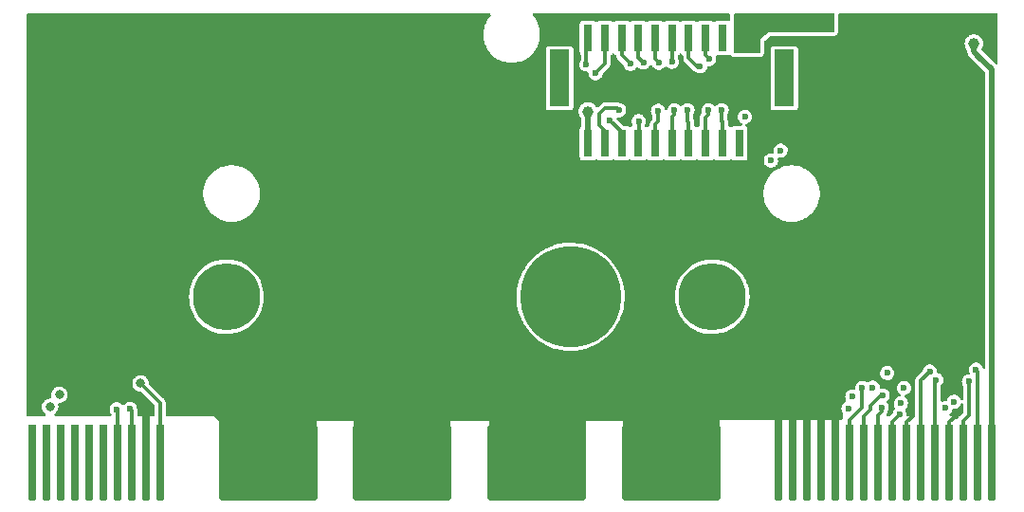
<source format=gbr>
%TF.GenerationSoftware,KiCad,Pcbnew,(6.0.10)*%
%TF.CreationDate,2023-02-27T01:31:51-05:00*%
%TF.ProjectId,vehicle side connector,76656869-636c-4652-9073-69646520636f,rev?*%
%TF.SameCoordinates,Original*%
%TF.FileFunction,Copper,L4,Bot*%
%TF.FilePolarity,Positive*%
%FSLAX46Y46*%
G04 Gerber Fmt 4.6, Leading zero omitted, Abs format (unit mm)*
G04 Created by KiCad (PCBNEW (6.0.10)) date 2023-02-27 01:31:51*
%MOMM*%
%LPD*%
G01*
G04 APERTURE LIST*
G04 Aperture macros list*
%AMRoundRect*
0 Rectangle with rounded corners*
0 $1 Rounding radius*
0 $2 $3 $4 $5 $6 $7 $8 $9 X,Y pos of 4 corners*
0 Add a 4 corners polygon primitive as box body*
4,1,4,$2,$3,$4,$5,$6,$7,$8,$9,$2,$3,0*
0 Add four circle primitives for the rounded corners*
1,1,$1+$1,$2,$3*
1,1,$1+$1,$4,$5*
1,1,$1+$1,$6,$7*
1,1,$1+$1,$8,$9*
0 Add four rect primitives between the rounded corners*
20,1,$1+$1,$2,$3,$4,$5,0*
20,1,$1+$1,$4,$5,$6,$7,0*
20,1,$1+$1,$6,$7,$8,$9,0*
20,1,$1+$1,$8,$9,$2,$3,0*%
%AMOutline5P*
0 Free polygon, 5 corners , with rotation*
0 The origin of the aperture is its center*
0 number of corners: always 5*
0 $1 to $10 corner X, Y*
0 $11 Rotation angle, in degrees counterclockwise*
0 create outline with 5 corners*
4,1,5,$1,$2,$3,$4,$5,$6,$7,$8,$9,$10,$1,$2,$11*%
%AMOutline6P*
0 Free polygon, 6 corners , with rotation*
0 The origin of the aperture is its center*
0 number of corners: always 6*
0 $1 to $12 corner X, Y*
0 $13 Rotation angle, in degrees counterclockwise*
0 create outline with 6 corners*
4,1,6,$1,$2,$3,$4,$5,$6,$7,$8,$9,$10,$11,$12,$1,$2,$13*%
%AMOutline7P*
0 Free polygon, 7 corners , with rotation*
0 The origin of the aperture is its center*
0 number of corners: always 7*
0 $1 to $14 corner X, Y*
0 $15 Rotation angle, in degrees counterclockwise*
0 create outline with 7 corners*
4,1,7,$1,$2,$3,$4,$5,$6,$7,$8,$9,$10,$11,$12,$13,$14,$1,$2,$15*%
%AMOutline8P*
0 Free polygon, 8 corners , with rotation*
0 The origin of the aperture is its center*
0 number of corners: always 8*
0 $1 to $16 corner X, Y*
0 $17 Rotation angle, in degrees counterclockwise*
0 create outline with 8 corners*
4,1,8,$1,$2,$3,$4,$5,$6,$7,$8,$9,$10,$11,$12,$13,$14,$15,$16,$1,$2,$17*%
G04 Aperture macros list end*
%TA.AperFunction,SMDPad,CuDef*%
%ADD10Outline6P,-0.380000X3.350000X0.380000X3.350000X0.380000X-3.198000X0.228000X-3.350000X-0.228000X-3.350000X-0.380000X-3.198000X0.000000*%
%TD*%
%TA.AperFunction,SMDPad,CuDef*%
%ADD11Outline8P,-4.365000X3.182500X-4.197500X3.350000X4.197500X3.350000X4.365000X3.182500X4.365000X-3.182500X4.197500X-3.350000X-4.197500X-3.350000X-4.365000X-3.182500X0.000000*%
%TD*%
%TA.AperFunction,ComponentPad*%
%ADD12RoundRect,2.250000X2.250000X2.250000X-2.250000X2.250000X-2.250000X-2.250000X2.250000X-2.250000X0*%
%TD*%
%TA.AperFunction,ComponentPad*%
%ADD13C,9.000000*%
%TD*%
%TA.AperFunction,ComponentPad*%
%ADD14RoundRect,1.500000X1.500000X1.500000X-1.500000X1.500000X-1.500000X-1.500000X1.500000X-1.500000X0*%
%TD*%
%TA.AperFunction,ComponentPad*%
%ADD15C,6.000000*%
%TD*%
%TA.AperFunction,SMDPad,CuDef*%
%ADD16R,0.800000X2.450000*%
%TD*%
%TA.AperFunction,SMDPad,CuDef*%
%ADD17R,1.800000X5.050000*%
%TD*%
%TA.AperFunction,ViaPad*%
%ADD18C,0.600000*%
%TD*%
%TA.AperFunction,ViaPad*%
%ADD19C,0.800000*%
%TD*%
%TA.AperFunction,ViaPad*%
%ADD20C,1.000000*%
%TD*%
%TA.AperFunction,Conductor*%
%ADD21C,0.330200*%
%TD*%
%TA.AperFunction,Conductor*%
%ADD22C,0.700000*%
%TD*%
%TA.AperFunction,Conductor*%
%ADD23C,0.500000*%
%TD*%
G04 APERTURE END LIST*
D10*
%TO.P,J1,17,Pin_17*%
%TO.N,GND*%
X174752000Y-112447000D03*
%TO.P,J1,18,Pin_18*%
X176022000Y-112447000D03*
%TO.P,J1,19,Pin_19*%
X177292000Y-112447000D03*
%TO.P,J1,20,Pin_20*%
X178562000Y-112447000D03*
%TO.P,J1,21,Pin_21*%
X179832000Y-112447000D03*
%TO.P,J1,22,Pin_22*%
%TO.N,/I2C_SDA*%
X181102000Y-112447000D03*
%TO.P,J1,23,Pin_23*%
%TO.N,/I2C_SCL*%
X182372000Y-112447000D03*
%TO.P,J1,24,Pin_24*%
%TO.N,/GPS_PPS*%
X183642000Y-112447000D03*
%TO.P,J1,25,Pin_25*%
%TO.N,/TRIG*%
X184912000Y-112447000D03*
%TO.P,J1,26,Pin_26*%
%TO.N,GND*%
X186182000Y-112447000D03*
%TO.P,J1,27,Pin_27*%
%TO.N,/ETH_TX+*%
X187452000Y-112447000D03*
%TO.P,J1,28,Pin_28*%
%TO.N,/ETH_TX-*%
X188722000Y-112447000D03*
%TO.P,J1,29,Pin_29*%
%TO.N,GND*%
X189992000Y-112447000D03*
%TO.P,J1,30,Pin_30*%
%TO.N,/ETH_RX+*%
X191262000Y-112447000D03*
%TO.P,J1,31,Pin_31*%
%TO.N,/ETH_RX-*%
X192532000Y-112447000D03*
%TO.P,J1,32,Pin_32*%
%TO.N,/USB_VBUS*%
X193802000Y-112447000D03*
%TD*%
%TO.P,J4,11,Pin_11*%
%TO.N,/C_2*%
X108077000Y-112447000D03*
%TO.P,J4,12,Pin_12*%
%TO.N,/C_4*%
X109347000Y-112447000D03*
%TO.P,J4,13,Pin_13*%
%TO.N,/C_6*%
X110617000Y-112447000D03*
%TO.P,J4,14,Pin_14*%
%TO.N,/C_8*%
X111887000Y-112447000D03*
%TO.P,J4,15,Pin_15*%
%TO.N,/C_10*%
X113157000Y-112447000D03*
%TO.P,J4,16,Pin_16*%
%TO.N,/C_12*%
X114427000Y-112447000D03*
%TO.P,J4,17,Pin_17*%
%TO.N,/I2C_SCL*%
X115697000Y-112447000D03*
%TO.P,J4,18,Pin_18*%
%TO.N,/I2C_SDA*%
X116967000Y-112447000D03*
%TO.P,J4,19,Pin_19*%
%TO.N,GND*%
X118237000Y-112447000D03*
%TO.P,J4,20,Pin_20*%
%TO.N,/Detect_IN*%
X119507000Y-112447000D03*
%TD*%
D11*
%TO.P,J2,2,Pin_2*%
%TO.N,GND*%
X129159000Y-112447000D03*
%TO.P,J2,4,Pin_4*%
X141159000Y-112447000D03*
%TO.P,J2,6,Pin_6*%
X153159000Y-112447000D03*
%TO.P,J2,8,Pin_8*%
X165159000Y-112447000D03*
%TD*%
D12*
%TO.P,J6,1,Pin_1*%
%TO.N,GND*%
X145284666Y-97670000D03*
D13*
%TO.P,J6,2,Pin_2*%
%TO.N,/V_BATT+*%
X156184666Y-97670000D03*
%TD*%
D14*
%TO.P,J5,1,Pin_1*%
%TO.N,GND*%
X132647332Y-97670000D03*
D15*
%TO.P,J5,2,Pin_2*%
%TO.N,/V_BATT+*%
X125447332Y-97670000D03*
%TD*%
D14*
%TO.P,J7,1,Pin_1*%
%TO.N,GND*%
X176022000Y-97670000D03*
D15*
%TO.P,J7,2,Pin_2*%
%TO.N,/V_BATT+*%
X168822000Y-97670000D03*
%TD*%
D16*
%TO.P,J3,1,Pin_1*%
%TO.N,/USB_VBUS*%
X157727000Y-83948000D03*
%TO.P,J3,2,Pin_2*%
%TO.N,/CAN-*%
X157727000Y-74548000D03*
%TO.P,J3,3,Pin_3*%
%TO.N,/USB D+*%
X159227000Y-83948000D03*
%TO.P,J3,4,Pin_4*%
%TO.N,/CAN+*%
X159227000Y-74548000D03*
%TO.P,J3,5,Pin_5*%
%TO.N,/USB D-*%
X160727000Y-83948000D03*
%TO.P,J3,6,Pin_6*%
%TO.N,/I2C_SCL*%
X160727000Y-74548000D03*
%TO.P,J3,7,Pin_7*%
%TO.N,/TRIG*%
X162227000Y-83948000D03*
%TO.P,J3,8,Pin_8*%
%TO.N,/I2C_SDA*%
X162227000Y-74548000D03*
%TO.P,J3,9,Pin_9*%
%TO.N,/CAPTURE*%
X163727000Y-83948000D03*
%TO.P,J3,10,Pin_10*%
%TO.N,/UART_TX*%
X163727000Y-74548000D03*
%TO.P,J3,11,Pin_11*%
%TO.N,/ETH_RX-*%
X165227000Y-83948000D03*
%TO.P,J3,12,Pin_12*%
%TO.N,/UART_RX*%
X165227000Y-74548000D03*
%TO.P,J3,13,Pin_13*%
%TO.N,/ETH_RX+*%
X166727000Y-83948000D03*
%TO.P,J3,14,Pin_14*%
%TO.N,/S_BUS*%
X166727000Y-74548000D03*
%TO.P,J3,15,Pin_15*%
%TO.N,/ETH_TX-*%
X168227000Y-83948000D03*
%TO.P,J3,16,Pin_16*%
%TO.N,/GPS_PPS*%
X168227000Y-74548000D03*
%TO.P,J3,17,Pin_17*%
%TO.N,/ETH_TX+*%
X169727000Y-83948000D03*
%TO.P,J3,18,Pin_18*%
%TO.N,unconnected-(J3-Pad18)*%
X169727000Y-74548000D03*
%TO.P,J3,19,Pin_19*%
%TO.N,unconnected-(J3-Pad19)*%
X171227000Y-83948000D03*
%TO.P,J3,20,Pin_20*%
%TO.N,/5V*%
X171227000Y-74548000D03*
%TO.P,J3,21,Pin_21*%
%TO.N,GND*%
X172727000Y-83948000D03*
%TO.P,J3,22,Pin_22*%
%TO.N,/5V*%
X172727000Y-74548000D03*
D17*
%TO.P,J3,S1*%
%TO.N,N/C*%
X175257000Y-78148000D03*
%TO.P,J3,S2*%
X155197000Y-78148000D03*
%TD*%
D18*
%TO.N,/CAPTURE*%
X163980000Y-81060000D03*
D19*
%TO.N,/V_BATT+*%
X152973932Y-100014141D03*
X160014226Y-96426932D03*
X152405774Y-98899068D03*
X158561141Y-94426932D03*
X158561141Y-100899068D03*
X160014226Y-98899068D03*
X156210000Y-93663000D03*
X156210000Y-101663000D03*
X160210000Y-97663000D03*
X159446068Y-100014141D03*
X152405774Y-96426932D03*
X154973932Y-101467226D03*
X157446068Y-101467226D03*
X159446068Y-95311859D03*
X153858859Y-94426932D03*
X157446068Y-93858774D03*
X152973932Y-95311859D03*
X152210000Y-97663000D03*
X153858859Y-100899068D03*
X154973932Y-93858774D03*
D18*
%TO.N,GND*%
X113175600Y-100569000D03*
D20*
X114166200Y-102245400D03*
D18*
X112718400Y-74915000D03*
D19*
X149266068Y-97713141D03*
X141461842Y-98949209D03*
X141266068Y-97713141D03*
X145266068Y-101713141D03*
D18*
X191229800Y-94422200D03*
X193846000Y-72933800D03*
X167430000Y-79614000D03*
D20*
X187165800Y-103566200D03*
D18*
X187673800Y-97698800D03*
D19*
X141461842Y-96477073D03*
D20*
X179444200Y-106919000D03*
D18*
X171240000Y-78090000D03*
D19*
X147617209Y-100949209D03*
D18*
X190544000Y-108316000D03*
D19*
X144030000Y-93908915D03*
D18*
X152444000Y-81138000D03*
D19*
X146502136Y-93908915D03*
D18*
X111524600Y-98181400D03*
X113175600Y-79258400D03*
X174821400Y-81950800D03*
X185387800Y-99375200D03*
D19*
X142914927Y-94477073D03*
X142030000Y-95362000D03*
D18*
X172002000Y-80122000D03*
D19*
X144030000Y-101517367D03*
X142914927Y-100949209D03*
X148502136Y-100064282D03*
D18*
X110102200Y-100924600D03*
D19*
X149070294Y-96477073D03*
D18*
X151758200Y-78521800D03*
D19*
X142030000Y-100064282D03*
X146502136Y-101517367D03*
D18*
X111499200Y-78928200D03*
D19*
X149070294Y-98949209D03*
X147617209Y-94477073D03*
X148502136Y-95362000D03*
X145266068Y-93713141D03*
D18*
X189629600Y-95844600D03*
%TO.N,/GPS_PPS*%
X168547600Y-76439000D03*
X183952700Y-107566700D03*
X174923000Y-84617800D03*
%TO.N,/CAPTURE*%
X184448000Y-104480600D03*
%TO.N,/I2C_SCL*%
X115639400Y-107706400D03*
X184041600Y-106487200D03*
X161511800Y-76870800D03*
%TO.N,/I2C_SDA*%
X162680200Y-76743800D03*
X182212800Y-105801400D03*
X116833200Y-107655600D03*
D19*
%TO.N,/5V*%
X179114000Y-73264000D03*
X175558000Y-73264000D03*
X176701000Y-73264000D03*
X177844000Y-73264000D03*
D20*
%TO.N,/USB_VBUS*%
X192195000Y-75067400D03*
X157727200Y-81138000D03*
D18*
%TO.N,/TRIG*%
X185556791Y-108186609D03*
X162248400Y-81976200D03*
X171748000Y-81595200D03*
%TO.N,/UART_TX*%
X164057600Y-76775000D03*
X183152600Y-105776000D03*
%TO.N,/UART_RX*%
X165220200Y-76693000D03*
X181323800Y-106588800D03*
%TO.N,/S_BUS*%
X174059400Y-85506800D03*
X180993600Y-107630200D03*
X167738259Y-77075396D03*
D19*
%TO.N,/Detect_IN*%
X117773000Y-105395000D03*
D18*
%TO.N,/ETH_TX+*%
X169671500Y-81011000D03*
X188254900Y-104349514D03*
%TO.N,/ETH_TX-*%
X168490500Y-81011000D03*
X188816800Y-105090200D03*
%TO.N,/ETH_RX+*%
X166623500Y-81011000D03*
X191737200Y-105242600D03*
%TO.N,/ETH_RX-*%
X192372800Y-104175800D03*
X165442500Y-81011000D03*
%TO.N,/USB D+*%
X160506947Y-80999853D03*
X185939200Y-105813867D03*
%TO.N,/USB D-*%
X185667200Y-107173000D03*
X159671853Y-81894653D03*
D19*
%TO.N,/CAN+*%
X110524232Y-106420768D03*
D18*
X189655000Y-107604800D03*
X158403232Y-77699232D03*
%TO.N,/CAN-*%
X157580780Y-76922488D03*
D19*
X109695800Y-107503200D03*
D18*
X190398671Y-107035699D03*
%TD*%
D21*
%TO.N,/CAPTURE*%
X163727000Y-82293000D02*
X163727000Y-83948000D01*
X163980000Y-82040000D02*
X163727000Y-82293000D01*
X163980000Y-81060000D02*
X163980000Y-82040000D01*
D22*
%TO.N,GND*%
X177292000Y-108106000D02*
X178485800Y-108106000D01*
X174752000Y-112447000D02*
X174752000Y-108258400D01*
X118204800Y-107782600D02*
X118204800Y-107554000D01*
X179832000Y-112447000D02*
X179850600Y-112428400D01*
X178562000Y-112447000D02*
X178562000Y-108182200D01*
X179444200Y-107300000D02*
X179444200Y-106919000D01*
D21*
X186734000Y-103998000D02*
X187165800Y-103566200D01*
D22*
X176022000Y-112447000D02*
X176022000Y-108334600D01*
D21*
X186182000Y-108868000D02*
X186734000Y-108316000D01*
X189992000Y-108868000D02*
X190544000Y-108316000D01*
X186182000Y-112447000D02*
X186182000Y-108868000D01*
D22*
X118204800Y-107554000D02*
X115436200Y-104785400D01*
X177222600Y-108036600D02*
X177292000Y-108106000D01*
X115436200Y-103515400D02*
X114166200Y-102245400D01*
X179850600Y-107325400D02*
X179444200Y-106919000D01*
X178562000Y-108182200D02*
X179444200Y-107300000D01*
D21*
X186734000Y-108316000D02*
X186734000Y-103998000D01*
X189992000Y-112447000D02*
X189992000Y-108868000D01*
D22*
X176022000Y-108334600D02*
X176320000Y-108036600D01*
X174973800Y-108036600D02*
X176320000Y-108036600D01*
X177292000Y-112447000D02*
X177292000Y-108106000D01*
X178485800Y-108106000D02*
X178562000Y-108182200D01*
X115436200Y-104785400D02*
X115436200Y-103515400D01*
X174752000Y-108258400D02*
X174973800Y-108036600D01*
X176320000Y-108036600D02*
X177222600Y-108036600D01*
X118237000Y-107814800D02*
X118204800Y-107782600D01*
X118237000Y-112447000D02*
X118237000Y-107814800D01*
X179850600Y-112428400D02*
X179850600Y-107325400D01*
D21*
%TO.N,/GPS_PPS*%
X168547600Y-76439000D02*
X168227000Y-76118400D01*
X183952700Y-107922300D02*
X183952700Y-107566700D01*
X168227000Y-76118400D02*
X168227000Y-74548000D01*
X183642000Y-112447000D02*
X183642000Y-108233000D01*
X183642000Y-108233000D02*
X183952700Y-107922300D01*
%TO.N,/CAPTURE*%
X163727000Y-83948000D02*
X163690981Y-83911981D01*
%TO.N,/I2C_SCL*%
X161511800Y-76870800D02*
X160727000Y-76086000D01*
X183908183Y-106487200D02*
X184041600Y-106487200D01*
X182372000Y-108341160D02*
X182982099Y-107731061D01*
X115697000Y-112447000D02*
X115697000Y-107764000D01*
X182982099Y-107731061D02*
X182982099Y-107413284D01*
X115697000Y-107764000D02*
X115639400Y-107706400D01*
X182982099Y-107413284D02*
X183908183Y-106487200D01*
X160727000Y-76086000D02*
X160727000Y-74548000D01*
X182372000Y-112447000D02*
X182372000Y-108341160D01*
%TO.N,/I2C_SDA*%
X116967000Y-112447000D02*
X116967000Y-107789400D01*
X181102000Y-108664800D02*
X182212800Y-107554000D01*
X162227000Y-74548000D02*
X162227000Y-76290600D01*
X162227000Y-76290600D02*
X162680200Y-76743800D01*
X116967000Y-107789400D02*
X116833200Y-107655600D01*
X181102000Y-112447000D02*
X181102000Y-108664800D01*
X182212800Y-107554000D02*
X182212800Y-105801400D01*
D23*
%TO.N,/USB_VBUS*%
X192195000Y-75778600D02*
X192550600Y-76134200D01*
X157727200Y-83947800D02*
X157727000Y-83948000D01*
X192195000Y-75067400D02*
X192195000Y-75778600D01*
X193802000Y-112447000D02*
X193802000Y-77385600D01*
X157727200Y-81138000D02*
X157727200Y-83947800D01*
X193802000Y-77385600D02*
X192550600Y-76134200D01*
D21*
%TO.N,/TRIG*%
X184912000Y-112447000D02*
X184912000Y-108831400D01*
X162227000Y-83948000D02*
X162248400Y-83926600D01*
X184912000Y-108831400D02*
X185556791Y-108186609D01*
X162248400Y-83926600D02*
X162248400Y-81976200D01*
%TO.N,/UART_TX*%
X163727000Y-74548000D02*
X163727000Y-76444400D01*
X163727000Y-76444400D02*
X164057600Y-76775000D01*
%TO.N,/UART_RX*%
X165227000Y-76686200D02*
X165220200Y-76693000D01*
X165227000Y-74548000D02*
X165227000Y-76686200D01*
%TO.N,/S_BUS*%
X166727000Y-76371000D02*
X167431396Y-77075396D01*
X167431396Y-77075396D02*
X167738259Y-77075396D01*
X166727000Y-74548000D02*
X166727000Y-76371000D01*
%TO.N,/Detect_IN*%
X119507000Y-112447000D02*
X119507000Y-107129000D01*
X119507000Y-107129000D02*
X117773000Y-105395000D01*
%TO.N,/ETH_TX+*%
X169671500Y-81011000D02*
X169671500Y-81982500D01*
X169671500Y-81982500D02*
X169727000Y-82038000D01*
X187452000Y-112447000D02*
X187452000Y-105152414D01*
X187452000Y-105152414D02*
X188254900Y-104349514D01*
X169727000Y-82038000D02*
X169727000Y-83948000D01*
%TO.N,/ETH_TX-*%
X188722000Y-105185000D02*
X188816800Y-105090200D01*
X168227000Y-81633841D02*
X168227000Y-83948000D01*
X168490500Y-81011000D02*
X168490500Y-81370341D01*
X168490500Y-81370341D02*
X168227000Y-81633841D01*
X188722000Y-112447000D02*
X188722000Y-105185000D01*
%TO.N,/ETH_RX+*%
X166623500Y-81011000D02*
X166623500Y-81982500D01*
X191262000Y-108722017D02*
X191737200Y-108246817D01*
X191262000Y-112447000D02*
X191262000Y-108722017D01*
X166727000Y-82086000D02*
X166727000Y-83948000D01*
X166623500Y-81982500D02*
X166727000Y-82086000D01*
X191737200Y-108246817D02*
X191737200Y-105242600D01*
%TO.N,/ETH_RX-*%
X192532000Y-104335000D02*
X192372800Y-104175800D01*
X165442500Y-81370341D02*
X165227000Y-81585841D01*
X165227000Y-81585841D02*
X165227000Y-83948000D01*
X192532000Y-112447000D02*
X192532000Y-104335000D01*
X165442500Y-81011000D02*
X165442500Y-81370341D01*
%TO.N,/USB D+*%
X158717800Y-81366600D02*
X158717800Y-82382600D01*
X158717800Y-82382600D02*
X159227000Y-82891800D01*
X159227000Y-82891800D02*
X159227000Y-83948000D01*
X160506947Y-80999853D02*
X160340294Y-80833200D01*
X160340294Y-80833200D02*
X159251200Y-80833200D01*
X159251200Y-80833200D02*
X158717800Y-81366600D01*
%TO.N,/USB D-*%
X160727000Y-83948000D02*
X160727000Y-82949800D01*
X160727000Y-82949800D02*
X159671853Y-81894653D01*
%TO.N,/CAN+*%
X159227000Y-74548000D02*
X159227000Y-76875464D01*
X159227000Y-76875464D02*
X158403232Y-77699232D01*
%TO.N,/CAN-*%
X157580780Y-74694220D02*
X157580780Y-76922488D01*
X157727000Y-74548000D02*
X157580780Y-74694220D01*
%TD*%
%TA.AperFunction,Conductor*%
%TO.N,/5V*%
G36*
X179691121Y-72390077D02*
G01*
X179737614Y-72443733D01*
X179749000Y-72496075D01*
X179749000Y-73900000D01*
X179728998Y-73968121D01*
X179675342Y-74014614D01*
X179623000Y-74026000D01*
X173907000Y-74026000D01*
X173528031Y-74341807D01*
X173158917Y-74649402D01*
X173158916Y-74649403D01*
X173145000Y-74661000D01*
X173145000Y-75805000D01*
X173124998Y-75873121D01*
X173071342Y-75919614D01*
X173019000Y-75931000D01*
X170858000Y-75931000D01*
X170789879Y-75910998D01*
X170743386Y-75857342D01*
X170732000Y-75805000D01*
X170732000Y-72496075D01*
X170752002Y-72427954D01*
X170805658Y-72381461D01*
X170858000Y-72370075D01*
X179623000Y-72370075D01*
X179691121Y-72390077D01*
G37*
%TD.AperFunction*%
%TD*%
%TA.AperFunction,Conductor*%
%TO.N,GND*%
G36*
X173493315Y-85795235D02*
G01*
X173497552Y-85801541D01*
X173497554Y-85801544D01*
X173536515Y-85859523D01*
X173578457Y-85921939D01*
X173691364Y-86024677D01*
X173698037Y-86028300D01*
X173698041Y-86028303D01*
X173818842Y-86093892D01*
X173818844Y-86093893D01*
X173825519Y-86097517D01*
X173832868Y-86099445D01*
X173965826Y-86134326D01*
X173965828Y-86134326D01*
X173973176Y-86136254D01*
X174055085Y-86137541D01*
X174118213Y-86138533D01*
X174118216Y-86138533D01*
X174125810Y-86138652D01*
X174274611Y-86104572D01*
X174410987Y-86035982D01*
X174416759Y-86031053D01*
X174416761Y-86031051D01*
X174521290Y-85941775D01*
X174521294Y-85941771D01*
X174527066Y-85936841D01*
X174616146Y-85812874D01*
X174667712Y-85684600D01*
X183178000Y-85684600D01*
X183178000Y-103464600D01*
X180460200Y-105903000D01*
X180460200Y-107292238D01*
X180438049Y-107323756D01*
X180433680Y-107329973D01*
X180430920Y-107337053D01*
X180382394Y-107461515D01*
X180378228Y-107472199D01*
X180358303Y-107623547D01*
X180375054Y-107775279D01*
X180427515Y-107918635D01*
X180431752Y-107924941D01*
X180431754Y-107924944D01*
X180460200Y-107967275D01*
X180460200Y-108545600D01*
X180440198Y-108613721D01*
X180386542Y-108660214D01*
X180334200Y-108671600D01*
X169462000Y-108671600D01*
X169462000Y-109688600D01*
X169441998Y-109756721D01*
X169388342Y-109803214D01*
X169336000Y-109814600D01*
X160952000Y-109814600D01*
X160883879Y-109794598D01*
X160837386Y-109740942D01*
X160826000Y-109688600D01*
X160826000Y-108798600D01*
X157524000Y-108798600D01*
X157524000Y-109688600D01*
X157503998Y-109756721D01*
X157450342Y-109803214D01*
X157398000Y-109814600D01*
X149014000Y-109814600D01*
X148945879Y-109794598D01*
X148899386Y-109740942D01*
X148888000Y-109688600D01*
X148888000Y-108798600D01*
X145459000Y-108798600D01*
X145459000Y-109688600D01*
X145438998Y-109756721D01*
X145385342Y-109803214D01*
X145333000Y-109814600D01*
X136949000Y-109814600D01*
X136880879Y-109794598D01*
X136834386Y-109740942D01*
X136823000Y-109688600D01*
X136823000Y-108798600D01*
X133521000Y-108798600D01*
X133521000Y-109688600D01*
X133500998Y-109756721D01*
X133447342Y-109803214D01*
X133395000Y-109814600D01*
X124909400Y-109814600D01*
X124841279Y-109794598D01*
X124794786Y-109740942D01*
X124783400Y-109688600D01*
X124783400Y-108773200D01*
X124750491Y-108743425D01*
X124745607Y-108739006D01*
X124310943Y-108345738D01*
X124310941Y-108345737D01*
X124306641Y-108341846D01*
X124306639Y-108341845D01*
X118916000Y-103464600D01*
X118916000Y-97658357D01*
X122111760Y-97658357D01*
X122111932Y-97661752D01*
X122111932Y-97661753D01*
X122125058Y-97920854D01*
X122130013Y-98018664D01*
X122130550Y-98022019D01*
X122130551Y-98022025D01*
X122135574Y-98053383D01*
X122187071Y-98374893D01*
X122282269Y-98722876D01*
X122414491Y-99058543D01*
X122582192Y-99377966D01*
X122584093Y-99380795D01*
X122584099Y-99380805D01*
X122604178Y-99410685D01*
X122783410Y-99677409D01*
X123015790Y-99953370D01*
X123087302Y-100021708D01*
X123274152Y-100200266D01*
X123274159Y-100200272D01*
X123276615Y-100202619D01*
X123460295Y-100343562D01*
X123521129Y-100390241D01*
X123562833Y-100422242D01*
X123565744Y-100424012D01*
X123565750Y-100424016D01*
X123595041Y-100441825D01*
X123871095Y-100609669D01*
X124197797Y-100762707D01*
X124201015Y-100763809D01*
X124201018Y-100763810D01*
X124535885Y-100878461D01*
X124535889Y-100878462D01*
X124539116Y-100879567D01*
X124542446Y-100880317D01*
X124542455Y-100880320D01*
X124790368Y-100936188D01*
X124891060Y-100958880D01*
X124894446Y-100959266D01*
X124894453Y-100959267D01*
X125246127Y-100999336D01*
X125246135Y-100999336D01*
X125249510Y-100999721D01*
X125252914Y-100999739D01*
X125252917Y-100999739D01*
X125449073Y-101000766D01*
X125610275Y-101001610D01*
X125613661Y-101001260D01*
X125613663Y-101001260D01*
X125965742Y-100964876D01*
X125965750Y-100964875D01*
X125969134Y-100964525D01*
X125972467Y-100963811D01*
X125972470Y-100963810D01*
X126146176Y-100926570D01*
X126321888Y-100888901D01*
X126664412Y-100775622D01*
X126992699Y-100626014D01*
X126995636Y-100624270D01*
X126995642Y-100624267D01*
X127299973Y-100443567D01*
X127302907Y-100441825D01*
X127591409Y-100225212D01*
X127763845Y-100063849D01*
X127852333Y-99981044D01*
X127852336Y-99981041D01*
X127854830Y-99978707D01*
X127858186Y-99974806D01*
X128087861Y-99707783D01*
X128090087Y-99705195D01*
X128197373Y-99549093D01*
X128292499Y-99410685D01*
X128292504Y-99410678D01*
X128294429Y-99407876D01*
X128296041Y-99404882D01*
X128296046Y-99404874D01*
X128463844Y-99093238D01*
X128465466Y-99090226D01*
X128601196Y-98755963D01*
X128700032Y-98408995D01*
X128760818Y-98053383D01*
X128763150Y-98015269D01*
X128782733Y-97695083D01*
X128782843Y-97693287D01*
X128782880Y-97682669D01*
X128782918Y-97671821D01*
X128782918Y-97671809D01*
X128782924Y-97670000D01*
X128776069Y-97543420D01*
X151350754Y-97543420D01*
X151358639Y-97973628D01*
X151404736Y-98401432D01*
X151405282Y-98404175D01*
X151405283Y-98404184D01*
X151479420Y-98776899D01*
X151488679Y-98823445D01*
X151609805Y-99236325D01*
X151610825Y-99238921D01*
X151610826Y-99238924D01*
X151678312Y-99410685D01*
X151767154Y-99636803D01*
X151801328Y-99705195D01*
X151937994Y-99978707D01*
X151959480Y-100021708D01*
X152185261Y-100387993D01*
X152442708Y-100732757D01*
X152444569Y-100734835D01*
X152444570Y-100734836D01*
X152727916Y-101051185D01*
X152727922Y-101051191D01*
X152729784Y-101053270D01*
X153044215Y-101346996D01*
X153383512Y-101611607D01*
X153744988Y-101845009D01*
X153747467Y-101846313D01*
X153747470Y-101846315D01*
X154123281Y-102044039D01*
X154123287Y-102044042D01*
X154125781Y-102045354D01*
X154128379Y-102046438D01*
X154128383Y-102046440D01*
X154520292Y-102209977D01*
X154520297Y-102209979D01*
X154522876Y-102211055D01*
X154525541Y-102211898D01*
X154525547Y-102211900D01*
X154748919Y-102282543D01*
X154933129Y-102340801D01*
X154935859Y-102341404D01*
X154935860Y-102341404D01*
X155312676Y-102424597D01*
X155353291Y-102433564D01*
X155356065Y-102433922D01*
X155356066Y-102433922D01*
X155777266Y-102488253D01*
X155777273Y-102488254D01*
X155780036Y-102488610D01*
X155782823Y-102488720D01*
X155782829Y-102488720D01*
X156032602Y-102498533D01*
X156209985Y-102505503D01*
X156212777Y-102505364D01*
X156212782Y-102505364D01*
X156636929Y-102484249D01*
X156636938Y-102484248D01*
X156639733Y-102484109D01*
X156642510Y-102483721D01*
X156642512Y-102483721D01*
X156719130Y-102473021D01*
X157065878Y-102424597D01*
X157485046Y-102327439D01*
X157699944Y-102256992D01*
X157891265Y-102194274D01*
X157891271Y-102194272D01*
X157893918Y-102193404D01*
X158289256Y-102023554D01*
X158667930Y-101819232D01*
X159026942Y-101582057D01*
X159363449Y-101313908D01*
X159674787Y-101016906D01*
X159676624Y-101014812D01*
X159676632Y-101014803D01*
X159956644Y-100695510D01*
X159958491Y-100693404D01*
X160006686Y-100627434D01*
X160181609Y-100387993D01*
X160212314Y-100345963D01*
X160283775Y-100227267D01*
X160432796Y-99979745D01*
X160432801Y-99979736D01*
X160434247Y-99977334D01*
X160580206Y-99677409D01*
X160621299Y-99592970D01*
X160621300Y-99592967D01*
X160622532Y-99590436D01*
X160708409Y-99364955D01*
X160774682Y-99190948D01*
X160774684Y-99190941D01*
X160775678Y-99188332D01*
X160892474Y-98774206D01*
X160896521Y-98752685D01*
X160971478Y-98354084D01*
X160971479Y-98354076D01*
X160971994Y-98351338D01*
X161013608Y-97923074D01*
X161015094Y-97866336D01*
X161020177Y-97672233D01*
X161020177Y-97672220D01*
X161020235Y-97670000D01*
X161019716Y-97658357D01*
X165486428Y-97658357D01*
X165486600Y-97661752D01*
X165486600Y-97661753D01*
X165499726Y-97920854D01*
X165504681Y-98018664D01*
X165505218Y-98022019D01*
X165505219Y-98022025D01*
X165510242Y-98053383D01*
X165561739Y-98374893D01*
X165656937Y-98722876D01*
X165789159Y-99058543D01*
X165956860Y-99377966D01*
X165958761Y-99380795D01*
X165958767Y-99380805D01*
X165978846Y-99410685D01*
X166158078Y-99677409D01*
X166390458Y-99953370D01*
X166461970Y-100021708D01*
X166648820Y-100200266D01*
X166648827Y-100200272D01*
X166651283Y-100202619D01*
X166834963Y-100343562D01*
X166895797Y-100390241D01*
X166937501Y-100422242D01*
X166940412Y-100424012D01*
X166940418Y-100424016D01*
X166969709Y-100441825D01*
X167245763Y-100609669D01*
X167572465Y-100762707D01*
X167575683Y-100763809D01*
X167575686Y-100763810D01*
X167910553Y-100878461D01*
X167910557Y-100878462D01*
X167913784Y-100879567D01*
X167917114Y-100880317D01*
X167917123Y-100880320D01*
X168165036Y-100936188D01*
X168265728Y-100958880D01*
X168269114Y-100959266D01*
X168269121Y-100959267D01*
X168620795Y-100999336D01*
X168620803Y-100999336D01*
X168624178Y-100999721D01*
X168627582Y-100999739D01*
X168627585Y-100999739D01*
X168823741Y-101000766D01*
X168984943Y-101001610D01*
X168988329Y-101001260D01*
X168988331Y-101001260D01*
X169340410Y-100964876D01*
X169340418Y-100964875D01*
X169343802Y-100964525D01*
X169347135Y-100963811D01*
X169347138Y-100963810D01*
X169520844Y-100926570D01*
X169696556Y-100888901D01*
X170039080Y-100775622D01*
X170367367Y-100626014D01*
X170370304Y-100624270D01*
X170370310Y-100624267D01*
X170674641Y-100443567D01*
X170677575Y-100441825D01*
X170966077Y-100225212D01*
X171138513Y-100063849D01*
X171227001Y-99981044D01*
X171227004Y-99981041D01*
X171229498Y-99978707D01*
X171232854Y-99974806D01*
X171462529Y-99707783D01*
X171464755Y-99705195D01*
X171572041Y-99549093D01*
X171667167Y-99410685D01*
X171667172Y-99410678D01*
X171669097Y-99407876D01*
X171670709Y-99404882D01*
X171670714Y-99404874D01*
X171838512Y-99093238D01*
X171840134Y-99090226D01*
X171975864Y-98755963D01*
X172074700Y-98408995D01*
X172135486Y-98053383D01*
X172137818Y-98015269D01*
X172157401Y-97695083D01*
X172157511Y-97693287D01*
X172157548Y-97682669D01*
X172157586Y-97671821D01*
X172157586Y-97671809D01*
X172157592Y-97670000D01*
X172138082Y-97309758D01*
X172079780Y-96953731D01*
X171983369Y-96606082D01*
X171982111Y-96602920D01*
X171982108Y-96602912D01*
X171875396Y-96334760D01*
X171849975Y-96270879D01*
X171696951Y-95981867D01*
X171682759Y-95955062D01*
X171682755Y-95955055D01*
X171681160Y-95952043D01*
X171478899Y-95653304D01*
X171245557Y-95378156D01*
X170983864Y-95129819D01*
X170981157Y-95127757D01*
X170981149Y-95127750D01*
X170819131Y-95004326D01*
X170696881Y-94911197D01*
X170387966Y-94724847D01*
X170380015Y-94721156D01*
X170063813Y-94574380D01*
X170063811Y-94574379D01*
X170060732Y-94572950D01*
X170057520Y-94571863D01*
X170057513Y-94571860D01*
X169722243Y-94458378D01*
X169722238Y-94458376D01*
X169719007Y-94457283D01*
X169709860Y-94455255D01*
X169663831Y-94445051D01*
X169366789Y-94379198D01*
X169240066Y-94365208D01*
X169011579Y-94339982D01*
X169011574Y-94339982D01*
X169008198Y-94339609D01*
X169004799Y-94339603D01*
X169004798Y-94339603D01*
X168834911Y-94339306D01*
X168647429Y-94338979D01*
X168513511Y-94353291D01*
X168292086Y-94376954D01*
X168292080Y-94376955D01*
X168288702Y-94377316D01*
X167936213Y-94454171D01*
X167594087Y-94568645D01*
X167266324Y-94719399D01*
X166956761Y-94904669D01*
X166669017Y-95122288D01*
X166406458Y-95369711D01*
X166172157Y-95644042D01*
X165968854Y-95942073D01*
X165967247Y-95945083D01*
X165967245Y-95945086D01*
X165944798Y-95987125D01*
X165798927Y-96260318D01*
X165664364Y-96595053D01*
X165663444Y-96598327D01*
X165663442Y-96598332D01*
X165602907Y-96813695D01*
X165566740Y-96942363D01*
X165566178Y-96945720D01*
X165566178Y-96945721D01*
X165516909Y-97240145D01*
X165507196Y-97298185D01*
X165486428Y-97658357D01*
X161019716Y-97658357D01*
X161001091Y-97240145D01*
X160943812Y-96813695D01*
X160848850Y-96394024D01*
X160716958Y-95984456D01*
X160715862Y-95981867D01*
X160550277Y-95590826D01*
X160550273Y-95590818D01*
X160549179Y-95588234D01*
X160346843Y-95208495D01*
X160290538Y-95122288D01*
X160113076Y-94850579D01*
X160113073Y-94850575D01*
X160111552Y-94848246D01*
X159845168Y-94510340D01*
X159549800Y-94197451D01*
X159227788Y-93912057D01*
X158881681Y-93656418D01*
X158514219Y-93432559D01*
X158511705Y-93431319D01*
X158511701Y-93431317D01*
X158130822Y-93243488D01*
X158128312Y-93242250D01*
X157727016Y-93087000D01*
X157724312Y-93086222D01*
X157316188Y-92968809D01*
X157316182Y-92968808D01*
X157313507Y-92968038D01*
X157310770Y-92967509D01*
X157310764Y-92967507D01*
X156893808Y-92886836D01*
X156893798Y-92886834D01*
X156891061Y-92886305D01*
X156463021Y-92842449D01*
X156460229Y-92842412D01*
X156460221Y-92842412D01*
X156198601Y-92838988D01*
X156032777Y-92836817D01*
X156029977Y-92837030D01*
X156029976Y-92837030D01*
X155606523Y-92869241D01*
X155603736Y-92869453D01*
X155179295Y-92940100D01*
X155091536Y-92962878D01*
X154765532Y-93047491D01*
X154765521Y-93047494D01*
X154762814Y-93048197D01*
X154503374Y-93140835D01*
X154360234Y-93191945D01*
X154360229Y-93191947D01*
X154357591Y-93192889D01*
X154355051Y-93194060D01*
X154355046Y-93194062D01*
X154252716Y-93241237D01*
X153966834Y-93373030D01*
X153593639Y-93587194D01*
X153591336Y-93588803D01*
X153591329Y-93588808D01*
X153243267Y-93832071D01*
X153240958Y-93833685D01*
X152911586Y-94110552D01*
X152608129Y-94415602D01*
X152332991Y-94746419D01*
X152331397Y-94748726D01*
X152331395Y-94748728D01*
X152217679Y-94913262D01*
X152088349Y-95100386D01*
X151876142Y-95474698D01*
X151698050Y-95866392D01*
X151697125Y-95869026D01*
X151697121Y-95869036D01*
X151626766Y-96069379D01*
X151555482Y-96272367D01*
X151449567Y-96689408D01*
X151381143Y-97114213D01*
X151350754Y-97543420D01*
X128776069Y-97543420D01*
X128763414Y-97309758D01*
X128705112Y-96953731D01*
X128608701Y-96606082D01*
X128607443Y-96602920D01*
X128607440Y-96602912D01*
X128500728Y-96334760D01*
X128475307Y-96270879D01*
X128322283Y-95981867D01*
X128308091Y-95955062D01*
X128308087Y-95955055D01*
X128306492Y-95952043D01*
X128104231Y-95653304D01*
X127870889Y-95378156D01*
X127609196Y-95129819D01*
X127606489Y-95127757D01*
X127606481Y-95127750D01*
X127444463Y-95004326D01*
X127322213Y-94911197D01*
X127013298Y-94724847D01*
X127005347Y-94721156D01*
X126689145Y-94574380D01*
X126689143Y-94574379D01*
X126686064Y-94572950D01*
X126682852Y-94571863D01*
X126682845Y-94571860D01*
X126347575Y-94458378D01*
X126347570Y-94458376D01*
X126344339Y-94457283D01*
X126335192Y-94455255D01*
X126289163Y-94445051D01*
X125992121Y-94379198D01*
X125865398Y-94365208D01*
X125636911Y-94339982D01*
X125636906Y-94339982D01*
X125633530Y-94339609D01*
X125630131Y-94339603D01*
X125630130Y-94339603D01*
X125460243Y-94339306D01*
X125272761Y-94338979D01*
X125138843Y-94353291D01*
X124917418Y-94376954D01*
X124917412Y-94376955D01*
X124914034Y-94377316D01*
X124561545Y-94454171D01*
X124219419Y-94568645D01*
X123891656Y-94719399D01*
X123582093Y-94904669D01*
X123294349Y-95122288D01*
X123031790Y-95369711D01*
X122797489Y-95644042D01*
X122594186Y-95942073D01*
X122592579Y-95945083D01*
X122592577Y-95945086D01*
X122570130Y-95987125D01*
X122424259Y-96260318D01*
X122289696Y-96595053D01*
X122288776Y-96598327D01*
X122288774Y-96598332D01*
X122228239Y-96813695D01*
X122192072Y-96942363D01*
X122191510Y-96945720D01*
X122191510Y-96945721D01*
X122142241Y-97240145D01*
X122132528Y-97298185D01*
X122111760Y-97658357D01*
X118916000Y-97658357D01*
X118916000Y-88612091D01*
X123375900Y-88612091D01*
X123415729Y-88927367D01*
X123444050Y-89037670D01*
X123493772Y-89231327D01*
X123493775Y-89231335D01*
X123494758Y-89235165D01*
X123611741Y-89530632D01*
X123764834Y-89809106D01*
X123951622Y-90066197D01*
X124169158Y-90297850D01*
X124414014Y-90500412D01*
X124682326Y-90670688D01*
X124685905Y-90672372D01*
X124685912Y-90672376D01*
X124966273Y-90804304D01*
X124966277Y-90804306D01*
X124969863Y-90805993D01*
X124973635Y-90807219D01*
X124973636Y-90807219D01*
X125000640Y-90815993D01*
X125272092Y-90904193D01*
X125584245Y-90963739D01*
X125679298Y-90969719D01*
X125820045Y-90978575D01*
X125820061Y-90978576D01*
X125822040Y-90978700D01*
X125980760Y-90978700D01*
X125982739Y-90978576D01*
X125982755Y-90978575D01*
X126123502Y-90969719D01*
X126218555Y-90963739D01*
X126530708Y-90904193D01*
X126802160Y-90815993D01*
X126829164Y-90807219D01*
X126829165Y-90807219D01*
X126832937Y-90805993D01*
X126836523Y-90804306D01*
X126836527Y-90804304D01*
X127116888Y-90672376D01*
X127116895Y-90672372D01*
X127120474Y-90670688D01*
X127388786Y-90500412D01*
X127633642Y-90297850D01*
X127851178Y-90066197D01*
X128037966Y-89809106D01*
X128191059Y-89530632D01*
X128308042Y-89235165D01*
X128309025Y-89231335D01*
X128309028Y-89231327D01*
X128358750Y-89037670D01*
X128387071Y-88927367D01*
X128425637Y-88622091D01*
X173388300Y-88622091D01*
X173388797Y-88626022D01*
X173427351Y-88931206D01*
X173428129Y-88937367D01*
X173429115Y-88941206D01*
X173506172Y-89241327D01*
X173506175Y-89241335D01*
X173507158Y-89245165D01*
X173624141Y-89540632D01*
X173777234Y-89819106D01*
X173779565Y-89822314D01*
X173956757Y-90066197D01*
X173964022Y-90076197D01*
X174181558Y-90307850D01*
X174426414Y-90510412D01*
X174429758Y-90512534D01*
X174678969Y-90670688D01*
X174694726Y-90680688D01*
X174698305Y-90682372D01*
X174698312Y-90682376D01*
X174978673Y-90814304D01*
X174978677Y-90814306D01*
X174982263Y-90815993D01*
X175284492Y-90914193D01*
X175596645Y-90973739D01*
X175691698Y-90979719D01*
X175832445Y-90988575D01*
X175832461Y-90988576D01*
X175834440Y-90988700D01*
X175993160Y-90988700D01*
X175995139Y-90988576D01*
X175995155Y-90988575D01*
X176135902Y-90979719D01*
X176230955Y-90973739D01*
X176543108Y-90914193D01*
X176845337Y-90815993D01*
X176848923Y-90814306D01*
X176848927Y-90814304D01*
X177129288Y-90682376D01*
X177129295Y-90682372D01*
X177132874Y-90680688D01*
X177148632Y-90670688D01*
X177397842Y-90512534D01*
X177401186Y-90510412D01*
X177646042Y-90307850D01*
X177863578Y-90076197D01*
X177870844Y-90066197D01*
X178048035Y-89822314D01*
X178050366Y-89819106D01*
X178203459Y-89540632D01*
X178320442Y-89245165D01*
X178321425Y-89241335D01*
X178321428Y-89241327D01*
X178398485Y-88941206D01*
X178399471Y-88937367D01*
X178400250Y-88931206D01*
X178438803Y-88626022D01*
X178439300Y-88622091D01*
X178439300Y-88304309D01*
X178399471Y-87989033D01*
X178371150Y-87878730D01*
X178321428Y-87685073D01*
X178321425Y-87685065D01*
X178320442Y-87681235D01*
X178203459Y-87385768D01*
X178050366Y-87107294D01*
X177863578Y-86850203D01*
X177646042Y-86618550D01*
X177401186Y-86415988D01*
X177132874Y-86245712D01*
X177129295Y-86244028D01*
X177129288Y-86244024D01*
X176848927Y-86112096D01*
X176848923Y-86112094D01*
X176845337Y-86110407D01*
X176832596Y-86106267D01*
X176546884Y-86013434D01*
X176546886Y-86013434D01*
X176543108Y-86012207D01*
X176230955Y-85952661D01*
X176135902Y-85946681D01*
X175995155Y-85937825D01*
X175995139Y-85937824D01*
X175993160Y-85937700D01*
X175834440Y-85937700D01*
X175832461Y-85937824D01*
X175832445Y-85937825D01*
X175691698Y-85946681D01*
X175596645Y-85952661D01*
X175284492Y-86012207D01*
X175280714Y-86013434D01*
X175280716Y-86013434D01*
X174995005Y-86106267D01*
X174982263Y-86110407D01*
X174978677Y-86112094D01*
X174978673Y-86112096D01*
X174698312Y-86244024D01*
X174698305Y-86244028D01*
X174694726Y-86245712D01*
X174426414Y-86415988D01*
X174181558Y-86618550D01*
X173964022Y-86850203D01*
X173777234Y-87107294D01*
X173624141Y-87385768D01*
X173507158Y-87681235D01*
X173506175Y-87685065D01*
X173506172Y-87685073D01*
X173456450Y-87878730D01*
X173428129Y-87989033D01*
X173388300Y-88304309D01*
X173388300Y-88622091D01*
X128425637Y-88622091D01*
X128426900Y-88612091D01*
X128426900Y-88294309D01*
X128388831Y-87992965D01*
X128387568Y-87982965D01*
X128387567Y-87982961D01*
X128387071Y-87979033D01*
X128358750Y-87868730D01*
X128309028Y-87675073D01*
X128309025Y-87675065D01*
X128308042Y-87671235D01*
X128191059Y-87375768D01*
X128037966Y-87097294D01*
X127860771Y-86853407D01*
X127853506Y-86843407D01*
X127853505Y-86843405D01*
X127851178Y-86840203D01*
X127633642Y-86608550D01*
X127388786Y-86405988D01*
X127139578Y-86247836D01*
X127123821Y-86237836D01*
X127123820Y-86237836D01*
X127120474Y-86235712D01*
X127116895Y-86234028D01*
X127116888Y-86234024D01*
X126836527Y-86102096D01*
X126836523Y-86102094D01*
X126832937Y-86100407D01*
X126824043Y-86097517D01*
X126611023Y-86028303D01*
X126530708Y-86002207D01*
X126218555Y-85942661D01*
X126123502Y-85936681D01*
X125982755Y-85927825D01*
X125982739Y-85927824D01*
X125980760Y-85927700D01*
X125822040Y-85927700D01*
X125820061Y-85927824D01*
X125820045Y-85927825D01*
X125679298Y-85936681D01*
X125584245Y-85942661D01*
X125272092Y-86002207D01*
X125191777Y-86028303D01*
X124978758Y-86097517D01*
X124969863Y-86100407D01*
X124966277Y-86102094D01*
X124966273Y-86102096D01*
X124685912Y-86234024D01*
X124685905Y-86234028D01*
X124682326Y-86235712D01*
X124678980Y-86237836D01*
X124678979Y-86237836D01*
X124663222Y-86247836D01*
X124414014Y-86405988D01*
X124169158Y-86608550D01*
X123951622Y-86840203D01*
X123949295Y-86843405D01*
X123949294Y-86843407D01*
X123942029Y-86853407D01*
X123764834Y-87097294D01*
X123611741Y-87375768D01*
X123494758Y-87671235D01*
X123493775Y-87675065D01*
X123493772Y-87675073D01*
X123444050Y-87868730D01*
X123415729Y-87979033D01*
X123415233Y-87982961D01*
X123415232Y-87982965D01*
X123413969Y-87992965D01*
X123375900Y-88294309D01*
X123375900Y-88612091D01*
X118916000Y-88612091D01*
X118916000Y-85684600D01*
X173452828Y-85684600D01*
X173493315Y-85795235D01*
G37*
%TD.AperFunction*%
%TD*%
%TA.AperFunction,Conductor*%
%TO.N,GND*%
G36*
X191178556Y-107172585D02*
G01*
X191227476Y-107224037D01*
X191241400Y-107281614D01*
X191241400Y-107989260D01*
X191221398Y-108057381D01*
X191204495Y-108078355D01*
X191003755Y-108279095D01*
X190941443Y-108313121D01*
X190914660Y-108316000D01*
X190135010Y-108316000D01*
X190066889Y-108295998D01*
X190020396Y-108242342D01*
X190010292Y-108172068D01*
X190039786Y-108107488D01*
X190053179Y-108094189D01*
X190116889Y-108039775D01*
X190122666Y-108034841D01*
X190211746Y-107910874D01*
X190268684Y-107769236D01*
X190269755Y-107761710D01*
X190270265Y-107759807D01*
X190307216Y-107699184D01*
X190371076Y-107668162D01*
X190393946Y-107666433D01*
X190431343Y-107667021D01*
X190457484Y-107667432D01*
X190457487Y-107667432D01*
X190465081Y-107667551D01*
X190613882Y-107633471D01*
X190750258Y-107564881D01*
X190756030Y-107559952D01*
X190756032Y-107559950D01*
X190860561Y-107470674D01*
X190860565Y-107470670D01*
X190866337Y-107465740D01*
X190955417Y-107341773D01*
X190998493Y-107234618D01*
X191042459Y-107178873D01*
X191109584Y-107155748D01*
X191178556Y-107172585D01*
G37*
%TD.AperFunction*%
%TA.AperFunction,Conductor*%
G36*
X148989375Y-72390077D02*
G01*
X149035868Y-72443733D01*
X149045972Y-72514007D01*
X149013104Y-72582328D01*
X148960822Y-72638003D01*
X148774034Y-72895094D01*
X148620941Y-73173568D01*
X148503958Y-73469035D01*
X148502975Y-73472865D01*
X148502972Y-73472873D01*
X148453250Y-73666530D01*
X148424929Y-73776833D01*
X148385100Y-74092109D01*
X148385100Y-74409891D01*
X148424929Y-74725167D01*
X148448825Y-74818234D01*
X148502972Y-75029127D01*
X148502975Y-75029135D01*
X148503958Y-75032965D01*
X148620941Y-75328432D01*
X148774034Y-75606906D01*
X148822869Y-75674121D01*
X148925835Y-75815841D01*
X148960822Y-75863997D01*
X148963533Y-75866883D01*
X148963533Y-75866884D01*
X148994234Y-75899577D01*
X149178358Y-76095650D01*
X149423214Y-76298212D01*
X149691526Y-76468488D01*
X149695105Y-76470172D01*
X149695112Y-76470176D01*
X149975473Y-76602104D01*
X149975477Y-76602106D01*
X149979063Y-76603793D01*
X149982835Y-76605019D01*
X149982836Y-76605019D01*
X150056938Y-76629096D01*
X150281292Y-76701993D01*
X150593445Y-76761539D01*
X150688498Y-76767519D01*
X150829245Y-76776375D01*
X150829261Y-76776376D01*
X150831240Y-76776500D01*
X150989960Y-76776500D01*
X150991939Y-76776376D01*
X150991955Y-76776375D01*
X151132702Y-76767519D01*
X151227755Y-76761539D01*
X151539908Y-76701993D01*
X151764262Y-76629096D01*
X151838364Y-76605019D01*
X151838365Y-76605019D01*
X151842137Y-76603793D01*
X151845723Y-76602106D01*
X151845727Y-76602104D01*
X152126088Y-76470176D01*
X152126095Y-76470172D01*
X152129674Y-76468488D01*
X152397986Y-76298212D01*
X152642842Y-76095650D01*
X152826966Y-75899577D01*
X152857667Y-75866884D01*
X152857667Y-75866883D01*
X152860378Y-75863997D01*
X152895366Y-75815841D01*
X152998331Y-75674121D01*
X153047166Y-75606906D01*
X153200259Y-75328432D01*
X153317242Y-75032965D01*
X153318225Y-75029135D01*
X153318228Y-75029127D01*
X153372375Y-74818234D01*
X153396271Y-74725167D01*
X153436100Y-74409891D01*
X153436100Y-74092109D01*
X153396271Y-73776833D01*
X153367950Y-73666530D01*
X153318228Y-73472873D01*
X153318225Y-73472865D01*
X153317242Y-73469035D01*
X153200259Y-73173568D01*
X153047166Y-72895094D01*
X152860378Y-72638003D01*
X152808096Y-72582328D01*
X152776045Y-72518977D01*
X152783332Y-72448356D01*
X152827643Y-72392885D01*
X152899946Y-72370075D01*
X170270300Y-72370075D01*
X170338421Y-72390077D01*
X170384914Y-72443733D01*
X170396300Y-72496075D01*
X170396300Y-72885908D01*
X170376298Y-72954029D01*
X170322642Y-73000522D01*
X170252368Y-73010626D01*
X170232142Y-73004600D01*
X170231905Y-73005412D01*
X170222650Y-73002715D01*
X170213912Y-72998640D01*
X170165754Y-72992300D01*
X169288246Y-72992300D01*
X169240088Y-72998640D01*
X169231352Y-73002714D01*
X169231351Y-73002714D01*
X169227307Y-73004600D01*
X169134392Y-73047927D01*
X169066095Y-73116224D01*
X169003783Y-73150250D01*
X168932968Y-73145185D01*
X168887905Y-73116224D01*
X168819608Y-73047927D01*
X168726694Y-73004600D01*
X168722649Y-73002714D01*
X168722648Y-73002714D01*
X168713912Y-72998640D01*
X168665754Y-72992300D01*
X167788246Y-72992300D01*
X167740088Y-72998640D01*
X167731352Y-73002714D01*
X167731351Y-73002714D01*
X167727307Y-73004600D01*
X167634392Y-73047927D01*
X167566095Y-73116224D01*
X167503783Y-73150250D01*
X167432968Y-73145185D01*
X167387905Y-73116224D01*
X167319608Y-73047927D01*
X167226694Y-73004600D01*
X167222649Y-73002714D01*
X167222648Y-73002714D01*
X167213912Y-72998640D01*
X167165754Y-72992300D01*
X166288246Y-72992300D01*
X166240088Y-72998640D01*
X166231352Y-73002714D01*
X166231351Y-73002714D01*
X166227307Y-73004600D01*
X166134392Y-73047927D01*
X166066095Y-73116224D01*
X166003783Y-73150250D01*
X165932968Y-73145185D01*
X165887905Y-73116224D01*
X165819608Y-73047927D01*
X165726694Y-73004600D01*
X165722649Y-73002714D01*
X165722648Y-73002714D01*
X165713912Y-72998640D01*
X165665754Y-72992300D01*
X164788246Y-72992300D01*
X164740088Y-72998640D01*
X164731352Y-73002714D01*
X164731351Y-73002714D01*
X164727307Y-73004600D01*
X164634392Y-73047927D01*
X164566095Y-73116224D01*
X164503783Y-73150250D01*
X164432968Y-73145185D01*
X164387905Y-73116224D01*
X164319608Y-73047927D01*
X164226694Y-73004600D01*
X164222649Y-73002714D01*
X164222648Y-73002714D01*
X164213912Y-72998640D01*
X164165754Y-72992300D01*
X163288246Y-72992300D01*
X163240088Y-72998640D01*
X163231352Y-73002714D01*
X163231351Y-73002714D01*
X163227307Y-73004600D01*
X163134392Y-73047927D01*
X163066095Y-73116224D01*
X163003783Y-73150250D01*
X162932968Y-73145185D01*
X162887905Y-73116224D01*
X162819608Y-73047927D01*
X162726694Y-73004600D01*
X162722649Y-73002714D01*
X162722648Y-73002714D01*
X162713912Y-72998640D01*
X162665754Y-72992300D01*
X161788246Y-72992300D01*
X161740088Y-72998640D01*
X161731352Y-73002714D01*
X161731351Y-73002714D01*
X161727307Y-73004600D01*
X161634392Y-73047927D01*
X161566095Y-73116224D01*
X161503783Y-73150250D01*
X161432968Y-73145185D01*
X161387905Y-73116224D01*
X161319608Y-73047927D01*
X161226694Y-73004600D01*
X161222649Y-73002714D01*
X161222648Y-73002714D01*
X161213912Y-72998640D01*
X161165754Y-72992300D01*
X160288246Y-72992300D01*
X160240088Y-72998640D01*
X160231352Y-73002714D01*
X160231351Y-73002714D01*
X160227307Y-73004600D01*
X160134392Y-73047927D01*
X160066095Y-73116224D01*
X160003783Y-73150250D01*
X159932968Y-73145185D01*
X159887905Y-73116224D01*
X159819608Y-73047927D01*
X159726694Y-73004600D01*
X159722649Y-73002714D01*
X159722648Y-73002714D01*
X159713912Y-72998640D01*
X159665754Y-72992300D01*
X158788246Y-72992300D01*
X158740088Y-72998640D01*
X158731352Y-73002714D01*
X158731351Y-73002714D01*
X158727307Y-73004600D01*
X158634392Y-73047927D01*
X158566095Y-73116224D01*
X158503783Y-73150250D01*
X158432968Y-73145185D01*
X158387905Y-73116224D01*
X158319608Y-73047927D01*
X158226694Y-73004600D01*
X158222649Y-73002714D01*
X158222648Y-73002714D01*
X158213912Y-72998640D01*
X158165754Y-72992300D01*
X157288246Y-72992300D01*
X157240088Y-72998640D01*
X157231352Y-73002714D01*
X157231351Y-73002714D01*
X157227307Y-73004600D01*
X157134392Y-73047927D01*
X157051927Y-73130392D01*
X157047268Y-73140384D01*
X157047267Y-73140385D01*
X157030075Y-73177254D01*
X157002640Y-73236088D01*
X156996300Y-73284246D01*
X156996300Y-75811754D01*
X157002640Y-75859912D01*
X157006714Y-75868648D01*
X157006714Y-75868649D01*
X157038971Y-75937823D01*
X157051927Y-75965608D01*
X157059725Y-75973406D01*
X157062192Y-75976929D01*
X157084980Y-76049202D01*
X157084980Y-76491179D01*
X157062067Y-76563629D01*
X157020860Y-76622261D01*
X157018101Y-76629336D01*
X157018100Y-76629339D01*
X156970571Y-76751245D01*
X156965408Y-76764487D01*
X156964416Y-76772020D01*
X156964416Y-76772021D01*
X156948307Y-76894387D01*
X156945483Y-76915835D01*
X156962234Y-77067567D01*
X157014695Y-77210923D01*
X157018932Y-77217229D01*
X157018934Y-77217232D01*
X157041080Y-77250188D01*
X157099837Y-77337627D01*
X157212744Y-77440365D01*
X157219417Y-77443988D01*
X157219421Y-77443991D01*
X157340222Y-77509580D01*
X157340224Y-77509581D01*
X157346899Y-77513205D01*
X157354248Y-77515133D01*
X157487206Y-77550014D01*
X157487208Y-77550014D01*
X157494556Y-77551942D01*
X157597499Y-77553559D01*
X157644949Y-77554305D01*
X157712747Y-77575374D01*
X157758391Y-77629754D01*
X157768962Y-77681606D01*
X157768926Y-77685052D01*
X157767935Y-77692579D01*
X157768768Y-77700125D01*
X157768768Y-77700128D01*
X157769367Y-77705552D01*
X157784686Y-77844311D01*
X157837147Y-77987667D01*
X157841384Y-77993973D01*
X157841386Y-77993976D01*
X157880347Y-78051955D01*
X157922289Y-78114371D01*
X158035196Y-78217109D01*
X158041869Y-78220732D01*
X158041873Y-78220735D01*
X158162674Y-78286324D01*
X158162676Y-78286325D01*
X158169351Y-78289949D01*
X158176700Y-78291877D01*
X158309658Y-78326758D01*
X158309660Y-78326758D01*
X158317008Y-78328686D01*
X158398917Y-78329973D01*
X158462045Y-78330965D01*
X158462048Y-78330965D01*
X158469642Y-78331084D01*
X158618443Y-78297004D01*
X158754819Y-78228414D01*
X158760591Y-78223485D01*
X158760593Y-78223483D01*
X158865122Y-78134207D01*
X158865126Y-78134203D01*
X158870898Y-78129273D01*
X158959978Y-78005306D01*
X159016916Y-77863668D01*
X159023762Y-77815562D01*
X159053162Y-77750940D01*
X159059410Y-77744221D01*
X159528332Y-77275299D01*
X159537557Y-77267928D01*
X159537214Y-77267525D01*
X159544050Y-77261707D01*
X159551642Y-77256917D01*
X159586316Y-77217656D01*
X159591662Y-77211969D01*
X159602755Y-77200876D01*
X159608802Y-77192807D01*
X159615183Y-77184970D01*
X159637911Y-77159235D01*
X159645654Y-77150468D01*
X159649470Y-77142340D01*
X159651816Y-77138769D01*
X159658938Y-77126915D01*
X159660977Y-77123191D01*
X159666361Y-77116007D01*
X159672396Y-77099911D01*
X159682525Y-77072890D01*
X159686452Y-77063572D01*
X159696192Y-77042826D01*
X159706011Y-77021912D01*
X159707392Y-77013045D01*
X159708635Y-77008979D01*
X159712147Y-76995592D01*
X159713062Y-76991432D01*
X159716213Y-76983025D01*
X159719625Y-76937106D01*
X159720775Y-76927088D01*
X159722800Y-76914087D01*
X159722800Y-76899069D01*
X159723146Y-76889731D01*
X159726073Y-76850344D01*
X159726738Y-76841396D01*
X159724865Y-76832620D01*
X159724254Y-76823663D01*
X159724279Y-76823661D01*
X159722800Y-76809648D01*
X159722800Y-76173486D01*
X159742802Y-76105365D01*
X159795551Y-76059291D01*
X159819608Y-76048073D01*
X159887905Y-75979776D01*
X159950217Y-75945750D01*
X160021032Y-75950815D01*
X160066095Y-75979776D01*
X160134392Y-76048073D01*
X160144383Y-76052732D01*
X160144386Y-76052734D01*
X160162768Y-76061305D01*
X160216053Y-76108221D01*
X160235277Y-76167699D01*
X160236510Y-76187576D01*
X160239560Y-76196025D01*
X160240432Y-76200234D01*
X160243764Y-76213600D01*
X160244962Y-76217698D01*
X160246235Y-76226585D01*
X160249951Y-76234758D01*
X160249952Y-76234761D01*
X160265294Y-76268506D01*
X160269106Y-76277871D01*
X160281683Y-76312709D01*
X160281686Y-76312714D01*
X160284734Y-76321158D01*
X160290030Y-76328408D01*
X160292035Y-76332178D01*
X160298999Y-76344096D01*
X160301300Y-76347695D01*
X160305017Y-76355869D01*
X160312015Y-76363990D01*
X160335063Y-76390739D01*
X160341352Y-76398660D01*
X160343874Y-76402112D01*
X160349106Y-76409273D01*
X160359723Y-76419890D01*
X160366081Y-76426737D01*
X160397722Y-76463458D01*
X160405257Y-76468342D01*
X160412019Y-76474241D01*
X160412002Y-76474260D01*
X160422957Y-76483124D01*
X160854214Y-76914381D01*
X160888240Y-76976693D01*
X160890358Y-76989648D01*
X160893254Y-77015879D01*
X160945715Y-77159235D01*
X160949952Y-77165541D01*
X160949954Y-77165544D01*
X160976981Y-77205763D01*
X161030857Y-77285939D01*
X161143764Y-77388677D01*
X161150437Y-77392300D01*
X161150441Y-77392303D01*
X161271242Y-77457892D01*
X161271244Y-77457893D01*
X161277919Y-77461517D01*
X161285268Y-77463445D01*
X161418226Y-77498326D01*
X161418228Y-77498326D01*
X161425576Y-77500254D01*
X161507485Y-77501541D01*
X161570613Y-77502533D01*
X161570616Y-77502533D01*
X161578210Y-77502652D01*
X161727011Y-77468572D01*
X161863387Y-77399982D01*
X161869159Y-77395053D01*
X161869161Y-77395051D01*
X161973690Y-77305775D01*
X161973694Y-77305771D01*
X161979466Y-77300841D01*
X162041507Y-77214503D01*
X162045492Y-77208957D01*
X162101487Y-77165310D01*
X162172190Y-77158864D01*
X162232612Y-77189290D01*
X162312164Y-77261677D01*
X162318837Y-77265300D01*
X162318841Y-77265303D01*
X162439642Y-77330892D01*
X162439644Y-77330893D01*
X162446319Y-77334517D01*
X162453668Y-77336445D01*
X162586626Y-77371326D01*
X162586628Y-77371326D01*
X162593976Y-77373254D01*
X162675885Y-77374541D01*
X162739013Y-77375533D01*
X162739016Y-77375533D01*
X162746610Y-77375652D01*
X162895411Y-77341572D01*
X163031787Y-77272982D01*
X163037559Y-77268053D01*
X163037561Y-77268051D01*
X163142090Y-77178775D01*
X163142094Y-77178771D01*
X163147866Y-77173841D01*
X163236946Y-77049874D01*
X163245179Y-77029394D01*
X163289146Y-76973651D01*
X163356271Y-76950527D01*
X163425242Y-76967365D01*
X163474161Y-77018818D01*
X163480411Y-77033092D01*
X163491515Y-77063435D01*
X163495752Y-77069741D01*
X163495754Y-77069744D01*
X163511695Y-77093466D01*
X163576657Y-77190139D01*
X163689564Y-77292877D01*
X163696237Y-77296500D01*
X163696241Y-77296503D01*
X163817042Y-77362092D01*
X163817044Y-77362093D01*
X163823719Y-77365717D01*
X163831068Y-77367645D01*
X163964026Y-77402526D01*
X163964028Y-77402526D01*
X163971376Y-77404454D01*
X164053285Y-77405741D01*
X164116413Y-77406733D01*
X164116416Y-77406733D01*
X164124010Y-77406852D01*
X164272811Y-77372772D01*
X164409187Y-77304182D01*
X164414959Y-77299253D01*
X164414961Y-77299251D01*
X164519490Y-77209975D01*
X164519494Y-77209971D01*
X164525266Y-77205041D01*
X164529700Y-77198871D01*
X164569447Y-77143558D01*
X164625442Y-77099911D01*
X164696146Y-77093466D01*
X164756569Y-77123892D01*
X164846543Y-77205763D01*
X164846547Y-77205766D01*
X164852164Y-77210877D01*
X164858837Y-77214500D01*
X164858841Y-77214503D01*
X164979642Y-77280092D01*
X164979644Y-77280093D01*
X164986319Y-77283717D01*
X164993668Y-77285645D01*
X165126626Y-77320526D01*
X165126628Y-77320526D01*
X165133976Y-77322454D01*
X165215885Y-77323741D01*
X165279013Y-77324733D01*
X165279016Y-77324733D01*
X165286610Y-77324852D01*
X165435411Y-77290772D01*
X165571787Y-77222182D01*
X165577559Y-77217253D01*
X165577561Y-77217251D01*
X165682090Y-77127975D01*
X165682094Y-77127971D01*
X165687866Y-77123041D01*
X165776946Y-76999074D01*
X165833884Y-76857436D01*
X165855393Y-76706305D01*
X165855532Y-76693000D01*
X165854689Y-76686028D01*
X165844694Y-76603436D01*
X165837193Y-76541452D01*
X165783233Y-76398653D01*
X165744959Y-76342963D01*
X165722800Y-76271599D01*
X165722800Y-76173486D01*
X165742802Y-76105365D01*
X165795551Y-76059291D01*
X165819608Y-76048073D01*
X165887905Y-75979776D01*
X165950217Y-75945750D01*
X166021032Y-75950815D01*
X166066095Y-75979776D01*
X166134392Y-76048073D01*
X166158449Y-76059291D01*
X166211734Y-76106207D01*
X166231200Y-76173486D01*
X166231200Y-76301350D01*
X166229889Y-76313082D01*
X166230416Y-76313124D01*
X166229696Y-76322075D01*
X166227715Y-76330829D01*
X166228271Y-76339788D01*
X166230958Y-76383096D01*
X166231200Y-76390899D01*
X166231200Y-76406598D01*
X166231836Y-76411039D01*
X166231836Y-76411040D01*
X166232629Y-76416578D01*
X166233659Y-76426636D01*
X166236510Y-76472576D01*
X166239560Y-76481025D01*
X166240432Y-76485234D01*
X166243764Y-76498600D01*
X166244962Y-76502698D01*
X166246235Y-76511585D01*
X166249951Y-76519758D01*
X166249952Y-76519761D01*
X166265294Y-76553506D01*
X166269106Y-76562871D01*
X166281683Y-76597709D01*
X166281686Y-76597714D01*
X166284734Y-76606158D01*
X166290030Y-76613408D01*
X166292035Y-76617178D01*
X166298999Y-76629096D01*
X166301300Y-76632695D01*
X166305017Y-76640869D01*
X166330202Y-76670097D01*
X166335063Y-76675739D01*
X166341352Y-76683660D01*
X166345185Y-76688906D01*
X166349106Y-76694273D01*
X166359723Y-76704890D01*
X166366081Y-76711737D01*
X166397722Y-76748458D01*
X166405257Y-76753342D01*
X166412019Y-76759241D01*
X166412002Y-76759260D01*
X166422957Y-76768124D01*
X167031561Y-77376728D01*
X167038932Y-77385953D01*
X167039335Y-77385610D01*
X167045153Y-77392446D01*
X167049943Y-77400038D01*
X167056671Y-77405980D01*
X167056672Y-77405981D01*
X167089203Y-77434711D01*
X167094891Y-77440058D01*
X167105984Y-77451151D01*
X167114058Y-77457202D01*
X167121890Y-77463579D01*
X167156392Y-77494050D01*
X167164519Y-77497866D01*
X167168103Y-77500220D01*
X167179951Y-77507338D01*
X167183669Y-77509373D01*
X167190852Y-77514757D01*
X167233983Y-77530926D01*
X167243275Y-77534842D01*
X167284948Y-77554407D01*
X167293819Y-77555788D01*
X167297896Y-77557035D01*
X167317001Y-77562047D01*
X167323835Y-77564609D01*
X167323838Y-77564610D01*
X167322837Y-77567280D01*
X167357413Y-77585168D01*
X167358413Y-77583760D01*
X167364604Y-77588160D01*
X167370223Y-77593273D01*
X167376896Y-77596896D01*
X167376900Y-77596899D01*
X167497701Y-77662488D01*
X167497703Y-77662489D01*
X167504378Y-77666113D01*
X167511727Y-77668041D01*
X167644685Y-77702922D01*
X167644687Y-77702922D01*
X167652035Y-77704850D01*
X167733944Y-77706137D01*
X167797072Y-77707129D01*
X167797075Y-77707129D01*
X167804669Y-77707248D01*
X167953470Y-77673168D01*
X168089846Y-77604578D01*
X168095618Y-77599649D01*
X168095620Y-77599647D01*
X168200149Y-77510371D01*
X168200153Y-77510367D01*
X168205925Y-77505437D01*
X168295005Y-77381470D01*
X168351943Y-77239832D01*
X168360872Y-77177096D01*
X168390271Y-77112474D01*
X168449942Y-77074005D01*
X168487593Y-77068866D01*
X168606413Y-77070733D01*
X168606416Y-77070733D01*
X168614010Y-77070852D01*
X168762811Y-77036772D01*
X168899187Y-76968182D01*
X168904959Y-76963253D01*
X168904961Y-76963251D01*
X169009490Y-76873975D01*
X169009494Y-76873971D01*
X169015266Y-76869041D01*
X169104346Y-76745074D01*
X169161284Y-76603436D01*
X169182793Y-76452305D01*
X169182932Y-76439000D01*
X169181437Y-76426641D01*
X169172872Y-76355869D01*
X169164593Y-76287452D01*
X169160973Y-76277871D01*
X169159326Y-76273512D01*
X169153958Y-76202719D01*
X169187716Y-76140261D01*
X169249882Y-76105970D01*
X169285028Y-76103276D01*
X169288246Y-76103700D01*
X170165754Y-76103700D01*
X170213912Y-76097360D01*
X170223361Y-76092954D01*
X170309615Y-76052733D01*
X170309616Y-76052732D01*
X170319608Y-76048073D01*
X170321243Y-76046438D01*
X170383428Y-76025465D01*
X170452288Y-76042749D01*
X170489103Y-76076214D01*
X170489680Y-76077178D01*
X170493273Y-76081325D01*
X170493277Y-76081330D01*
X170533878Y-76128186D01*
X170533883Y-76128191D01*
X170536173Y-76130834D01*
X170590840Y-76181328D01*
X170598911Y-76185328D01*
X170690374Y-76230658D01*
X170690377Y-76230659D01*
X170695302Y-76233100D01*
X170700579Y-76234650D01*
X170700583Y-76234651D01*
X170759111Y-76251836D01*
X170763423Y-76253102D01*
X170767863Y-76253740D01*
X170767866Y-76253741D01*
X170853554Y-76266061D01*
X170853557Y-76266061D01*
X170858000Y-76266700D01*
X173019000Y-76266700D01*
X173022346Y-76266340D01*
X173022351Y-76266340D01*
X173086992Y-76259391D01*
X173086999Y-76259390D01*
X173090356Y-76259029D01*
X173093657Y-76258311D01*
X173140387Y-76248146D01*
X173140394Y-76248144D01*
X173142698Y-76247643D01*
X173191148Y-76233208D01*
X173291178Y-76173320D01*
X173297664Y-76167700D01*
X173342186Y-76129122D01*
X173342191Y-76129117D01*
X173344834Y-76126827D01*
X173395328Y-76072160D01*
X173421750Y-76018847D01*
X173444658Y-75972626D01*
X173444659Y-75972623D01*
X173447100Y-75967698D01*
X173452058Y-75950815D01*
X173465836Y-75903889D01*
X173465836Y-75903888D01*
X173467102Y-75899577D01*
X173474179Y-75850353D01*
X173480061Y-75809446D01*
X173480061Y-75809443D01*
X173480700Y-75805000D01*
X173480700Y-74877249D01*
X173500702Y-74809128D01*
X173526037Y-74780453D01*
X173592380Y-74725167D01*
X173993496Y-74390904D01*
X174058631Y-74362660D01*
X174074158Y-74361700D01*
X179623000Y-74361700D01*
X179626346Y-74361340D01*
X179626351Y-74361340D01*
X179690992Y-74354391D01*
X179690999Y-74354390D01*
X179694356Y-74354029D01*
X179697657Y-74353311D01*
X179744387Y-74343146D01*
X179744394Y-74343144D01*
X179746698Y-74342643D01*
X179795148Y-74328208D01*
X179895178Y-74268320D01*
X179899340Y-74264714D01*
X179946186Y-74224122D01*
X179946191Y-74224117D01*
X179948834Y-74221827D01*
X179999328Y-74167160D01*
X180051100Y-74062698D01*
X180071102Y-73994577D01*
X180084700Y-73900000D01*
X180084700Y-72496075D01*
X180104702Y-72427954D01*
X180158358Y-72381461D01*
X180210700Y-72370075D01*
X194188300Y-72370075D01*
X194256421Y-72390077D01*
X194302914Y-72443733D01*
X194314300Y-72496075D01*
X194314300Y-76772476D01*
X194294298Y-76840597D01*
X194240642Y-76887090D01*
X194170368Y-76897194D01*
X194105788Y-76867700D01*
X194099205Y-76861571D01*
X192911755Y-75674121D01*
X192877729Y-75611809D01*
X192882794Y-75540994D01*
X192891727Y-75522034D01*
X192958063Y-75407137D01*
X193012023Y-75241064D01*
X193030276Y-75067400D01*
X193012023Y-74893736D01*
X192958063Y-74727663D01*
X192954352Y-74721235D01*
X192874054Y-74582155D01*
X192874051Y-74582150D01*
X192870752Y-74576437D01*
X192753909Y-74446669D01*
X192748567Y-74442788D01*
X192748565Y-74442786D01*
X192617980Y-74347911D01*
X192617979Y-74347910D01*
X192612638Y-74344030D01*
X192606610Y-74341346D01*
X192606608Y-74341345D01*
X192459145Y-74275690D01*
X192459143Y-74275689D01*
X192453114Y-74273005D01*
X192367712Y-74254852D01*
X192288767Y-74238072D01*
X192288763Y-74238072D01*
X192282310Y-74236700D01*
X192107690Y-74236700D01*
X192101237Y-74238072D01*
X192101233Y-74238072D01*
X192022288Y-74254852D01*
X191936886Y-74273005D01*
X191930857Y-74275689D01*
X191930855Y-74275690D01*
X191783392Y-74341345D01*
X191783390Y-74341346D01*
X191777362Y-74344030D01*
X191772021Y-74347910D01*
X191772020Y-74347911D01*
X191641435Y-74442786D01*
X191641433Y-74442788D01*
X191636091Y-74446669D01*
X191519248Y-74576437D01*
X191515949Y-74582150D01*
X191515946Y-74582155D01*
X191435648Y-74721235D01*
X191431937Y-74727663D01*
X191377977Y-74893736D01*
X191359724Y-75067400D01*
X191377977Y-75241064D01*
X191431937Y-75407137D01*
X191519248Y-75558363D01*
X191523668Y-75563272D01*
X191581937Y-75627987D01*
X191612654Y-75691995D01*
X191614300Y-75712297D01*
X191614300Y-75732280D01*
X191613222Y-75748726D01*
X191609289Y-75778600D01*
X191614300Y-75816662D01*
X191629247Y-75930193D01*
X191632406Y-75937820D01*
X191632407Y-75937823D01*
X191637789Y-75950815D01*
X191687759Y-76071455D01*
X191692785Y-76078005D01*
X191730248Y-76126827D01*
X191730249Y-76126829D01*
X191751097Y-76153999D01*
X191775814Y-76186211D01*
X191775817Y-76186214D01*
X191780840Y-76192760D01*
X191787386Y-76197783D01*
X191787389Y-76197786D01*
X191804749Y-76211107D01*
X191817140Y-76221974D01*
X193184395Y-77589229D01*
X193218421Y-77651541D01*
X193221300Y-77678324D01*
X193221300Y-103947007D01*
X193201298Y-104015128D01*
X193147642Y-104061621D01*
X193077368Y-104071725D01*
X193012788Y-104042231D01*
X192977434Y-103991545D01*
X192938517Y-103888556D01*
X192935833Y-103881453D01*
X192931534Y-103875198D01*
X192931532Y-103875194D01*
X192853672Y-103761906D01*
X192853670Y-103761904D01*
X192849370Y-103755647D01*
X192735393Y-103654098D01*
X192728681Y-103650544D01*
X192728678Y-103650542D01*
X192607198Y-103586221D01*
X192607195Y-103586220D01*
X192600483Y-103582666D01*
X192593117Y-103580816D01*
X192593115Y-103580815D01*
X192459799Y-103547329D01*
X192459796Y-103547329D01*
X192452428Y-103545478D01*
X192444828Y-103545438D01*
X192444827Y-103545438D01*
X192377174Y-103545084D01*
X192299777Y-103544678D01*
X192292390Y-103546452D01*
X192292386Y-103546452D01*
X192158730Y-103578541D01*
X192151341Y-103580315D01*
X192015690Y-103650329D01*
X192009970Y-103655319D01*
X192009967Y-103655321D01*
X191906381Y-103745685D01*
X191906378Y-103745688D01*
X191900656Y-103750680D01*
X191892766Y-103761906D01*
X191829357Y-103852129D01*
X191812880Y-103875573D01*
X191757428Y-104017799D01*
X191756436Y-104025332D01*
X191756436Y-104025333D01*
X191750329Y-104071725D01*
X191737503Y-104169147D01*
X191754254Y-104320879D01*
X191760004Y-104336592D01*
X191798673Y-104442260D01*
X191803299Y-104513106D01*
X191768889Y-104575206D01*
X191706368Y-104608845D01*
X191679689Y-104611559D01*
X191674626Y-104611533D01*
X191664177Y-104611478D01*
X191656790Y-104613252D01*
X191656786Y-104613252D01*
X191575320Y-104632811D01*
X191515741Y-104647115D01*
X191380090Y-104717129D01*
X191374370Y-104722119D01*
X191374367Y-104722121D01*
X191270781Y-104812485D01*
X191270778Y-104812488D01*
X191265056Y-104817480D01*
X191249850Y-104839116D01*
X191183687Y-104933257D01*
X191177280Y-104942373D01*
X191168731Y-104964301D01*
X191124683Y-105077277D01*
X191121828Y-105084599D01*
X191120836Y-105092132D01*
X191120836Y-105092133D01*
X191103287Y-105225436D01*
X191101903Y-105235947D01*
X191118654Y-105387679D01*
X191121264Y-105394811D01*
X191164611Y-105513261D01*
X191171115Y-105531035D01*
X191175351Y-105537338D01*
X191175351Y-105537339D01*
X191219982Y-105603757D01*
X191241400Y-105674033D01*
X191241400Y-106791634D01*
X191221398Y-106859755D01*
X191167742Y-106906248D01*
X191097468Y-106916352D01*
X191032888Y-106886858D01*
X190997534Y-106836172D01*
X190972012Y-106768630D01*
X190961704Y-106741352D01*
X190957405Y-106735097D01*
X190957403Y-106735093D01*
X190879543Y-106621805D01*
X190879541Y-106621803D01*
X190875241Y-106615546D01*
X190869266Y-106610222D01*
X190829302Y-106574616D01*
X190761264Y-106513997D01*
X190754552Y-106510443D01*
X190754549Y-106510441D01*
X190633069Y-106446120D01*
X190633066Y-106446119D01*
X190626354Y-106442565D01*
X190618988Y-106440715D01*
X190618986Y-106440714D01*
X190485670Y-106407228D01*
X190485667Y-106407228D01*
X190478299Y-106405377D01*
X190470699Y-106405337D01*
X190470698Y-106405337D01*
X190403045Y-106404983D01*
X190325648Y-106404577D01*
X190318261Y-106406351D01*
X190318257Y-106406351D01*
X190189195Y-106437337D01*
X190177212Y-106440214D01*
X190041561Y-106510228D01*
X190035841Y-106515218D01*
X190035838Y-106515220D01*
X189932252Y-106605584D01*
X189932249Y-106605587D01*
X189926527Y-106610579D01*
X189838751Y-106735472D01*
X189783299Y-106877698D01*
X189782865Y-106880994D01*
X189747482Y-106940436D01*
X189683949Y-106972125D01*
X189661098Y-106974093D01*
X189581977Y-106973678D01*
X189574590Y-106975452D01*
X189574586Y-106975452D01*
X189465584Y-107001622D01*
X189433541Y-107009315D01*
X189402690Y-107025238D01*
X189401588Y-107025807D01*
X189331881Y-107039275D01*
X189265958Y-107012918D01*
X189224749Y-106955105D01*
X189217800Y-106913840D01*
X189217800Y-105635265D01*
X189237802Y-105567144D01*
X189261969Y-105539455D01*
X189284466Y-105520241D01*
X189289210Y-105513640D01*
X189324395Y-105464674D01*
X189373546Y-105396274D01*
X189430484Y-105254636D01*
X189451993Y-105103505D01*
X189452132Y-105090200D01*
X189451455Y-105084599D01*
X189442813Y-105013194D01*
X189433793Y-104938652D01*
X189379833Y-104795853D01*
X189375534Y-104789598D01*
X189375532Y-104789594D01*
X189297672Y-104676306D01*
X189297670Y-104676304D01*
X189293370Y-104670047D01*
X189267632Y-104647115D01*
X189204580Y-104590939D01*
X189179393Y-104568498D01*
X189172681Y-104564944D01*
X189172678Y-104564942D01*
X189051198Y-104500621D01*
X189051195Y-104500620D01*
X189044483Y-104497066D01*
X189037114Y-104495215D01*
X188985434Y-104482234D01*
X188924238Y-104446239D01*
X188892217Y-104382874D01*
X188890136Y-104358715D01*
X188890189Y-104353636D01*
X188890189Y-104353635D01*
X188890232Y-104349514D01*
X188888669Y-104336592D01*
X188872805Y-104205506D01*
X188871893Y-104197966D01*
X188817933Y-104055167D01*
X188813634Y-104048912D01*
X188813632Y-104048908D01*
X188735772Y-103935620D01*
X188735770Y-103935618D01*
X188731470Y-103929361D01*
X188617493Y-103827812D01*
X188610781Y-103824258D01*
X188610778Y-103824256D01*
X188489298Y-103759935D01*
X188489295Y-103759934D01*
X188482583Y-103756380D01*
X188475217Y-103754530D01*
X188475215Y-103754529D01*
X188341899Y-103721043D01*
X188341896Y-103721043D01*
X188334528Y-103719192D01*
X188326928Y-103719152D01*
X188326927Y-103719152D01*
X188259274Y-103718798D01*
X188181877Y-103718392D01*
X188174490Y-103720166D01*
X188174486Y-103720166D01*
X188047740Y-103750596D01*
X188033441Y-103754029D01*
X187897790Y-103824043D01*
X187892070Y-103829033D01*
X187892067Y-103829035D01*
X187788481Y-103919399D01*
X187788478Y-103919402D01*
X187782756Y-103924394D01*
X187694980Y-104049287D01*
X187690143Y-104061694D01*
X187645305Y-104176697D01*
X187639528Y-104191513D01*
X187638536Y-104199046D01*
X187638536Y-104199047D01*
X187634164Y-104232260D01*
X187605443Y-104297187D01*
X187598337Y-104304910D01*
X187150668Y-104752579D01*
X187141443Y-104759950D01*
X187141786Y-104760353D01*
X187134950Y-104766171D01*
X187127358Y-104770961D01*
X187121416Y-104777689D01*
X187121415Y-104777690D01*
X187092685Y-104810221D01*
X187087338Y-104815909D01*
X187076245Y-104827002D01*
X187070194Y-104835076D01*
X187063817Y-104842908D01*
X187033346Y-104877410D01*
X187029530Y-104885537D01*
X187027176Y-104889121D01*
X187020058Y-104900969D01*
X187018023Y-104904687D01*
X187012639Y-104911870D01*
X186996470Y-104955001D01*
X186992554Y-104964293D01*
X186972989Y-105005966D01*
X186971608Y-105014837D01*
X186970361Y-105018914D01*
X186966853Y-105032286D01*
X186965938Y-105036446D01*
X186962787Y-105044853D01*
X186959418Y-105090200D01*
X186959376Y-105090763D01*
X186958225Y-105100790D01*
X186956200Y-105113791D01*
X186956200Y-105128809D01*
X186955854Y-105138147D01*
X186952262Y-105186482D01*
X186954135Y-105195258D01*
X186954746Y-105204215D01*
X186954721Y-105204217D01*
X186956200Y-105218230D01*
X186956200Y-108190000D01*
X186936198Y-108258121D01*
X186882542Y-108304614D01*
X186830200Y-108316000D01*
X186318094Y-108316000D01*
X186249973Y-108295998D01*
X186203480Y-108242342D01*
X186193400Y-108194793D01*
X186192307Y-108194853D01*
X186192080Y-108190728D01*
X186192123Y-108186609D01*
X186191205Y-108179017D01*
X186180939Y-108094189D01*
X186173784Y-108035061D01*
X186119824Y-107892262D01*
X186064394Y-107811610D01*
X186042294Y-107744140D01*
X186060180Y-107675433D01*
X186086404Y-107644432D01*
X186129086Y-107607978D01*
X186129088Y-107607976D01*
X186134866Y-107603041D01*
X186223946Y-107479074D01*
X186280884Y-107337436D01*
X186302393Y-107186305D01*
X186302532Y-107173000D01*
X186300985Y-107160211D01*
X186292102Y-107086810D01*
X186284193Y-107021452D01*
X186230233Y-106878653D01*
X186225934Y-106872398D01*
X186225932Y-106872394D01*
X186148072Y-106759106D01*
X186148070Y-106759104D01*
X186143770Y-106752847D01*
X186130486Y-106741011D01*
X186063608Y-106681426D01*
X186029793Y-106651298D01*
X186030333Y-106650692D01*
X185989634Y-106600145D01*
X185982074Y-106529552D01*
X186013880Y-106466078D01*
X186077933Y-106429155D01*
X186147008Y-106413335D01*
X186147012Y-106413334D01*
X186154411Y-106411639D01*
X186290787Y-106343049D01*
X186296559Y-106338120D01*
X186296561Y-106338118D01*
X186401090Y-106248842D01*
X186401094Y-106248838D01*
X186406866Y-106243908D01*
X186495946Y-106119941D01*
X186552884Y-105978303D01*
X186574393Y-105827172D01*
X186574532Y-105813867D01*
X186572219Y-105794747D01*
X186559094Y-105686296D01*
X186556193Y-105662319D01*
X186502233Y-105519520D01*
X186497934Y-105513265D01*
X186497932Y-105513261D01*
X186420072Y-105399973D01*
X186420070Y-105399971D01*
X186415770Y-105393714D01*
X186408997Y-105387679D01*
X186367694Y-105350880D01*
X186301793Y-105292165D01*
X186295081Y-105288611D01*
X186295078Y-105288609D01*
X186173598Y-105224288D01*
X186173595Y-105224287D01*
X186166883Y-105220733D01*
X186159517Y-105218883D01*
X186159515Y-105218882D01*
X186026199Y-105185396D01*
X186026196Y-105185396D01*
X186018828Y-105183545D01*
X186011228Y-105183505D01*
X186011227Y-105183505D01*
X185943574Y-105183151D01*
X185866177Y-105182745D01*
X185858790Y-105184519D01*
X185858786Y-105184519D01*
X185767586Y-105206415D01*
X185717741Y-105218382D01*
X185582090Y-105288396D01*
X185576370Y-105293386D01*
X185576367Y-105293388D01*
X185472781Y-105383752D01*
X185472778Y-105383755D01*
X185467056Y-105388747D01*
X185461766Y-105396274D01*
X185396769Y-105488756D01*
X185379280Y-105513640D01*
X185374218Y-105526623D01*
X185328689Y-105643399D01*
X185323828Y-105655866D01*
X185322836Y-105663399D01*
X185322836Y-105663400D01*
X185306261Y-105789305D01*
X185303903Y-105807214D01*
X185320654Y-105958946D01*
X185373115Y-106102302D01*
X185377352Y-106108608D01*
X185377354Y-106108611D01*
X185416076Y-106166234D01*
X185458257Y-106229006D01*
X185571164Y-106331744D01*
X185574336Y-106333466D01*
X185617224Y-106387895D01*
X185624041Y-106458563D01*
X185591569Y-106521699D01*
X185529710Y-106557355D01*
X185457816Y-106574616D01*
X185445741Y-106577515D01*
X185310090Y-106647529D01*
X185304370Y-106652519D01*
X185304367Y-106652521D01*
X185200781Y-106742885D01*
X185200778Y-106742888D01*
X185195056Y-106747880D01*
X185164305Y-106791634D01*
X185116868Y-106859131D01*
X185107280Y-106872773D01*
X185080899Y-106940436D01*
X185054736Y-107007541D01*
X185051828Y-107014999D01*
X185050836Y-107022532D01*
X185050836Y-107022533D01*
X185033882Y-107151317D01*
X185031903Y-107166347D01*
X185048654Y-107318079D01*
X185101115Y-107461435D01*
X185160188Y-107549344D01*
X185181579Y-107617039D01*
X185162975Y-107685555D01*
X185138435Y-107714566D01*
X185110637Y-107738816D01*
X185084647Y-107761489D01*
X185069943Y-107782411D01*
X185016389Y-107858611D01*
X184996871Y-107886382D01*
X184984916Y-107917045D01*
X184954587Y-107994835D01*
X184941419Y-108028608D01*
X184940427Y-108036141D01*
X184940427Y-108036142D01*
X184939949Y-108039775D01*
X184936667Y-108064709D01*
X184936055Y-108069355D01*
X184907334Y-108134282D01*
X184900228Y-108142005D01*
X184763138Y-108279095D01*
X184700826Y-108313121D01*
X184674043Y-108316000D01*
X184516443Y-108316000D01*
X184448322Y-108295998D01*
X184401829Y-108242342D01*
X184391725Y-108172068D01*
X184398461Y-108145771D01*
X184399873Y-108142005D01*
X184408226Y-108119724D01*
X184412149Y-108110413D01*
X184413523Y-108107488D01*
X184431711Y-108068748D01*
X184433092Y-108059877D01*
X184434339Y-108055800D01*
X184437847Y-108042428D01*
X184438762Y-108038268D01*
X184441913Y-108029861D01*
X184444514Y-107994856D01*
X184467845Y-107930668D01*
X184509446Y-107872774D01*
X184551684Y-107767703D01*
X184563550Y-107738186D01*
X184563550Y-107738185D01*
X184566384Y-107731136D01*
X184587893Y-107580005D01*
X184588032Y-107566700D01*
X184587216Y-107559950D01*
X184575815Y-107465740D01*
X184569693Y-107415152D01*
X184515733Y-107272353D01*
X184511434Y-107266098D01*
X184511432Y-107266094D01*
X184433575Y-107152811D01*
X184429270Y-107146547D01*
X184429845Y-107146152D01*
X184402213Y-107086991D01*
X184411714Y-107016633D01*
X184444941Y-106972180D01*
X184503489Y-106922175D01*
X184509266Y-106917241D01*
X184598346Y-106793274D01*
X184655284Y-106651636D01*
X184676793Y-106500505D01*
X184676932Y-106487200D01*
X184674176Y-106464419D01*
X184667040Y-106405454D01*
X184658593Y-106335652D01*
X184604633Y-106192853D01*
X184600334Y-106186598D01*
X184600332Y-106186594D01*
X184522472Y-106073306D01*
X184522470Y-106073304D01*
X184518170Y-106067047D01*
X184404193Y-105965498D01*
X184397481Y-105961944D01*
X184397478Y-105961942D01*
X184275998Y-105897621D01*
X184275995Y-105897620D01*
X184269283Y-105894066D01*
X184261917Y-105892216D01*
X184261915Y-105892215D01*
X184128599Y-105858729D01*
X184128596Y-105858729D01*
X184121228Y-105856878D01*
X184113628Y-105856838D01*
X184113627Y-105856838D01*
X184045974Y-105856484D01*
X183968577Y-105856078D01*
X183939958Y-105862949D01*
X183869052Y-105859402D01*
X183811318Y-105818082D01*
X183785459Y-105755567D01*
X183785442Y-105755427D01*
X183769593Y-105624452D01*
X183715633Y-105481653D01*
X183711334Y-105475398D01*
X183711332Y-105475394D01*
X183633472Y-105362106D01*
X183633470Y-105362104D01*
X183629170Y-105355847D01*
X183515193Y-105254298D01*
X183508481Y-105250744D01*
X183508478Y-105250742D01*
X183386998Y-105186421D01*
X183386995Y-105186420D01*
X183380283Y-105182866D01*
X183372917Y-105181016D01*
X183372915Y-105181015D01*
X183239599Y-105147529D01*
X183239596Y-105147529D01*
X183232228Y-105145678D01*
X183224628Y-105145638D01*
X183224627Y-105145638D01*
X183156974Y-105145284D01*
X183079577Y-105144878D01*
X183072190Y-105146652D01*
X183072186Y-105146652D01*
X182938530Y-105178741D01*
X182931141Y-105180515D01*
X182795490Y-105250529D01*
X182789770Y-105255519D01*
X182789767Y-105255521D01*
X182751447Y-105288950D01*
X182686965Y-105318658D01*
X182616658Y-105308788D01*
X182584801Y-105288080D01*
X182581246Y-105284913D01*
X182575393Y-105279698D01*
X182568681Y-105276144D01*
X182568678Y-105276142D01*
X182447198Y-105211821D01*
X182447195Y-105211820D01*
X182440483Y-105208266D01*
X182433117Y-105206416D01*
X182433115Y-105206415D01*
X182299799Y-105172929D01*
X182299796Y-105172929D01*
X182292428Y-105171078D01*
X182284828Y-105171038D01*
X182284827Y-105171038D01*
X182217174Y-105170684D01*
X182139777Y-105170278D01*
X182132390Y-105172052D01*
X182132386Y-105172052D01*
X181998730Y-105204141D01*
X181991341Y-105205915D01*
X181855690Y-105275929D01*
X181849970Y-105280919D01*
X181849967Y-105280921D01*
X181746381Y-105371285D01*
X181746378Y-105371288D01*
X181740656Y-105376280D01*
X181726604Y-105396274D01*
X181661607Y-105488756D01*
X181652880Y-105501173D01*
X181597428Y-105643399D01*
X181596436Y-105650932D01*
X181596436Y-105650933D01*
X181582194Y-105759118D01*
X181577503Y-105794747D01*
X181580628Y-105823049D01*
X181581166Y-105827924D01*
X181568760Y-105897828D01*
X181520531Y-105949929D01*
X181451790Y-105967683D01*
X181425238Y-105963956D01*
X181403428Y-105958478D01*
X181395828Y-105958438D01*
X181395827Y-105958438D01*
X181328174Y-105958084D01*
X181250777Y-105957678D01*
X181243390Y-105959452D01*
X181243386Y-105959452D01*
X181135504Y-105985353D01*
X181102341Y-105993315D01*
X180966690Y-106063329D01*
X180960970Y-106068319D01*
X180960967Y-106068321D01*
X180857381Y-106158685D01*
X180857378Y-106158688D01*
X180851656Y-106163680D01*
X180763880Y-106288573D01*
X180738493Y-106353687D01*
X180713608Y-106417514D01*
X180708428Y-106430799D01*
X180707436Y-106438332D01*
X180707436Y-106438333D01*
X180689622Y-106573650D01*
X180688503Y-106582147D01*
X180705254Y-106733879D01*
X180757715Y-106877235D01*
X180761955Y-106883545D01*
X180765400Y-106890306D01*
X180763895Y-106891073D01*
X180782518Y-106950012D01*
X180763912Y-107018527D01*
X180714334Y-107064551D01*
X180636490Y-107104729D01*
X180630770Y-107109719D01*
X180630767Y-107109721D01*
X180527181Y-107200085D01*
X180527178Y-107200088D01*
X180521456Y-107205080D01*
X180500114Y-107235447D01*
X180460200Y-107292239D01*
X180460200Y-105903000D01*
X182052999Y-104473947D01*
X183812703Y-104473947D01*
X183829454Y-104625679D01*
X183881915Y-104769035D01*
X183886152Y-104775341D01*
X183886154Y-104775344D01*
X183918737Y-104823832D01*
X183967057Y-104895739D01*
X184079964Y-104998477D01*
X184086637Y-105002100D01*
X184086641Y-105002103D01*
X184207442Y-105067692D01*
X184207444Y-105067693D01*
X184214119Y-105071317D01*
X184221468Y-105073245D01*
X184354426Y-105108126D01*
X184354428Y-105108126D01*
X184361776Y-105110054D01*
X184443685Y-105111341D01*
X184506813Y-105112333D01*
X184506816Y-105112333D01*
X184514410Y-105112452D01*
X184663211Y-105078372D01*
X184799587Y-105009782D01*
X184805359Y-105004853D01*
X184805361Y-105004851D01*
X184909890Y-104915575D01*
X184909894Y-104915571D01*
X184915666Y-104910641D01*
X185004746Y-104786674D01*
X185061684Y-104645036D01*
X185083193Y-104493905D01*
X185083332Y-104480600D01*
X185080825Y-104459878D01*
X185069079Y-104362819D01*
X185064993Y-104329052D01*
X185011033Y-104186253D01*
X185006734Y-104179998D01*
X185006732Y-104179994D01*
X184928872Y-104066706D01*
X184928870Y-104066704D01*
X184924570Y-104060447D01*
X184810593Y-103958898D01*
X184803881Y-103955344D01*
X184803878Y-103955342D01*
X184682398Y-103891021D01*
X184682395Y-103891020D01*
X184675683Y-103887466D01*
X184668317Y-103885616D01*
X184668315Y-103885615D01*
X184534999Y-103852129D01*
X184534996Y-103852129D01*
X184527628Y-103850278D01*
X184520028Y-103850238D01*
X184520027Y-103850238D01*
X184452374Y-103849884D01*
X184374977Y-103849478D01*
X184367590Y-103851252D01*
X184367586Y-103851252D01*
X184241794Y-103881453D01*
X184226541Y-103885115D01*
X184090890Y-103955129D01*
X184085170Y-103960119D01*
X184085167Y-103960121D01*
X183981581Y-104050485D01*
X183981578Y-104050488D01*
X183975856Y-104055480D01*
X183971489Y-104061694D01*
X183895970Y-104169147D01*
X183888080Y-104180373D01*
X183878281Y-104205506D01*
X183836242Y-104313330D01*
X183832628Y-104322599D01*
X183831636Y-104330132D01*
X183831636Y-104330133D01*
X183813982Y-104464235D01*
X183812703Y-104473947D01*
X182052999Y-104473947D01*
X183178000Y-103464600D01*
X183178000Y-85684600D01*
X174667712Y-85684600D01*
X174673084Y-85671236D01*
X174694593Y-85520105D01*
X174694732Y-85506800D01*
X174679907Y-85384292D01*
X174691580Y-85314263D01*
X174739261Y-85261661D01*
X174807813Y-85243188D01*
X174822092Y-85244321D01*
X174829423Y-85245325D01*
X174836776Y-85247254D01*
X174919944Y-85248561D01*
X174981813Y-85249533D01*
X174981816Y-85249533D01*
X174989410Y-85249652D01*
X175138211Y-85215572D01*
X175274587Y-85146982D01*
X175280359Y-85142053D01*
X175280361Y-85142051D01*
X175384890Y-85052775D01*
X175384894Y-85052771D01*
X175390666Y-85047841D01*
X175479746Y-84923874D01*
X175536684Y-84782236D01*
X175558193Y-84631105D01*
X175558332Y-84617800D01*
X175539993Y-84466252D01*
X175486033Y-84323453D01*
X175481734Y-84317198D01*
X175481732Y-84317194D01*
X175403872Y-84203906D01*
X175403870Y-84203904D01*
X175399570Y-84197647D01*
X175285593Y-84096098D01*
X175278881Y-84092544D01*
X175278878Y-84092542D01*
X175157398Y-84028221D01*
X175157395Y-84028220D01*
X175150683Y-84024666D01*
X175143317Y-84022816D01*
X175143315Y-84022815D01*
X175009999Y-83989329D01*
X175009996Y-83989329D01*
X175002628Y-83987478D01*
X174995028Y-83987438D01*
X174995027Y-83987438D01*
X174927374Y-83987084D01*
X174849977Y-83986678D01*
X174842590Y-83988452D01*
X174842586Y-83988452D01*
X174708930Y-84020541D01*
X174701541Y-84022315D01*
X174565890Y-84092329D01*
X174560170Y-84097319D01*
X174560167Y-84097321D01*
X174456581Y-84187685D01*
X174456578Y-84187688D01*
X174450856Y-84192680D01*
X174363080Y-84317573D01*
X174307628Y-84459799D01*
X174287703Y-84611147D01*
X174290357Y-84635186D01*
X174302178Y-84742259D01*
X174289772Y-84812164D01*
X174241542Y-84864264D01*
X174172801Y-84882018D01*
X174147597Y-84878481D01*
X174146401Y-84878330D01*
X174139028Y-84876478D01*
X174131428Y-84876438D01*
X174131427Y-84876438D01*
X174063774Y-84876084D01*
X173986377Y-84875678D01*
X173978990Y-84877452D01*
X173978986Y-84877452D01*
X173859100Y-84906235D01*
X173837941Y-84911315D01*
X173702290Y-84981329D01*
X173696570Y-84986319D01*
X173696567Y-84986321D01*
X173592981Y-85076685D01*
X173592978Y-85076688D01*
X173587256Y-85081680D01*
X173499480Y-85206573D01*
X173444028Y-85348799D01*
X173443036Y-85356332D01*
X173443036Y-85356333D01*
X173430959Y-85448073D01*
X173424103Y-85500147D01*
X173440854Y-85651879D01*
X173452828Y-85684600D01*
X118916000Y-85684600D01*
X118916000Y-103464600D01*
X124278074Y-108316000D01*
X120128800Y-108316000D01*
X120060679Y-108295998D01*
X120014186Y-108242342D01*
X120002800Y-108190000D01*
X120002800Y-107198645D01*
X120004110Y-107186916D01*
X120003583Y-107186874D01*
X120004303Y-107177927D01*
X120006284Y-107169171D01*
X120003042Y-107116914D01*
X120002800Y-107109113D01*
X120002800Y-107093402D01*
X120001371Y-107083422D01*
X120000339Y-107073356D01*
X119998046Y-107036387D01*
X119997490Y-107027424D01*
X119994440Y-107018977D01*
X119993569Y-107014769D01*
X119990236Y-107001400D01*
X119989038Y-106997302D01*
X119987765Y-106988415D01*
X119984048Y-106980239D01*
X119968706Y-106946494D01*
X119964894Y-106937129D01*
X119952317Y-106902291D01*
X119952314Y-106902286D01*
X119949266Y-106893842D01*
X119943970Y-106886592D01*
X119941965Y-106882822D01*
X119935001Y-106870904D01*
X119932700Y-106867305D01*
X119928983Y-106859131D01*
X119898935Y-106824259D01*
X119892648Y-106816340D01*
X119887772Y-106809666D01*
X119887770Y-106809663D01*
X119884894Y-106805727D01*
X119874277Y-106795110D01*
X119867919Y-106788263D01*
X119866160Y-106786221D01*
X119836278Y-106751542D01*
X119828743Y-106746658D01*
X119821981Y-106740759D01*
X119821998Y-106740740D01*
X119811043Y-106731876D01*
X118543841Y-105464674D01*
X118509815Y-105402362D01*
X118507721Y-105389624D01*
X118496429Y-105288950D01*
X118490051Y-105232090D01*
X118485452Y-105218882D01*
X118472265Y-105181015D01*
X118436139Y-105077277D01*
X118349269Y-104938255D01*
X118282164Y-104870680D01*
X118238720Y-104826931D01*
X118238716Y-104826928D01*
X118233757Y-104821934D01*
X118224264Y-104815909D01*
X118153436Y-104770961D01*
X118095345Y-104734095D01*
X118047699Y-104717129D01*
X117947547Y-104681466D01*
X117947542Y-104681465D01*
X117940912Y-104679104D01*
X117933926Y-104678271D01*
X117933922Y-104678270D01*
X117818399Y-104664495D01*
X117778133Y-104659694D01*
X117771130Y-104660430D01*
X117771129Y-104660430D01*
X117729878Y-104664766D01*
X117615100Y-104676829D01*
X117608432Y-104679099D01*
X117466581Y-104727389D01*
X117466578Y-104727390D01*
X117459914Y-104729659D01*
X117446561Y-104737874D01*
X117326288Y-104811866D01*
X117326286Y-104811868D01*
X117320289Y-104815557D01*
X117292359Y-104842908D01*
X117218155Y-104915575D01*
X117203165Y-104930254D01*
X117114362Y-105068049D01*
X117111953Y-105074669D01*
X117111951Y-105074672D01*
X117072616Y-105182745D01*
X117058294Y-105222094D01*
X117037748Y-105384733D01*
X117053745Y-105547882D01*
X117105489Y-105703433D01*
X117109136Y-105709455D01*
X117182900Y-105831253D01*
X117190410Y-105843654D01*
X117304287Y-105961577D01*
X117310179Y-105965432D01*
X117310183Y-105965436D01*
X117356380Y-105995666D01*
X117441459Y-106051340D01*
X117595109Y-106108482D01*
X117602090Y-106109413D01*
X117602092Y-106109414D01*
X117750620Y-106129232D01*
X117750624Y-106129232D01*
X117757601Y-106130163D01*
X117758809Y-106130053D01*
X117824297Y-106150781D01*
X117843067Y-106166234D01*
X118974295Y-107297462D01*
X119008321Y-107359774D01*
X119011200Y-107386557D01*
X119011200Y-108190000D01*
X118991198Y-108258121D01*
X118937542Y-108304614D01*
X118885200Y-108316000D01*
X117588800Y-108316000D01*
X117520679Y-108295998D01*
X117474186Y-108242342D01*
X117462800Y-108190000D01*
X117462800Y-107859050D01*
X117464111Y-107847316D01*
X117463584Y-107847274D01*
X117464304Y-107838328D01*
X117466285Y-107829572D01*
X117463042Y-107777305D01*
X117462800Y-107769502D01*
X117462800Y-107753802D01*
X117462165Y-107749368D01*
X117462164Y-107749353D01*
X117462094Y-107748866D01*
X117462094Y-107748372D01*
X117461846Y-107744892D01*
X117462092Y-107744874D01*
X117462080Y-107713261D01*
X117463657Y-107702182D01*
X117468393Y-107668905D01*
X117468532Y-107655600D01*
X117466060Y-107635166D01*
X117456471Y-107555933D01*
X117450193Y-107504052D01*
X117396233Y-107361253D01*
X117391934Y-107354998D01*
X117391932Y-107354994D01*
X117314072Y-107241706D01*
X117314070Y-107241704D01*
X117309770Y-107235447D01*
X117195793Y-107133898D01*
X117189081Y-107130344D01*
X117189078Y-107130342D01*
X117067598Y-107066021D01*
X117067595Y-107066020D01*
X117060883Y-107062466D01*
X117053517Y-107060616D01*
X117053515Y-107060615D01*
X116920199Y-107027129D01*
X116920196Y-107027129D01*
X116912828Y-107025278D01*
X116905228Y-107025238D01*
X116905227Y-107025238D01*
X116837574Y-107024884D01*
X116760177Y-107024478D01*
X116752790Y-107026252D01*
X116752786Y-107026252D01*
X116646591Y-107051748D01*
X116611741Y-107060115D01*
X116476090Y-107130129D01*
X116470370Y-107135119D01*
X116470367Y-107135121D01*
X116366781Y-107225485D01*
X116366778Y-107225488D01*
X116361056Y-107230480D01*
X116356690Y-107236693D01*
X116356684Y-107236699D01*
X116321896Y-107286197D01*
X116266362Y-107330429D01*
X116195730Y-107337614D01*
X116132426Y-107305472D01*
X116124294Y-107297069D01*
X116120272Y-107292507D01*
X116115970Y-107286247D01*
X116001993Y-107184698D01*
X115995281Y-107181144D01*
X115995278Y-107181142D01*
X115873798Y-107116821D01*
X115873795Y-107116820D01*
X115867083Y-107113266D01*
X115859717Y-107111416D01*
X115859715Y-107111415D01*
X115726399Y-107077929D01*
X115726396Y-107077929D01*
X115719028Y-107076078D01*
X115711428Y-107076038D01*
X115711427Y-107076038D01*
X115643774Y-107075684D01*
X115566377Y-107075278D01*
X115558990Y-107077052D01*
X115558986Y-107077052D01*
X115443707Y-107104729D01*
X115417941Y-107110915D01*
X115282290Y-107180929D01*
X115276570Y-107185919D01*
X115276567Y-107185921D01*
X115172981Y-107276285D01*
X115172978Y-107276288D01*
X115167256Y-107281280D01*
X115079480Y-107406173D01*
X115060716Y-107454299D01*
X115032116Y-107527655D01*
X115024028Y-107548399D01*
X115023036Y-107555932D01*
X115023036Y-107555933D01*
X115005904Y-107686068D01*
X115004103Y-107699747D01*
X115020854Y-107851479D01*
X115073315Y-107994835D01*
X115157239Y-108119726D01*
X115178630Y-108187421D01*
X115160026Y-108255937D01*
X115107333Y-108303518D01*
X115052656Y-108316000D01*
X110214297Y-108316000D01*
X110146176Y-108295998D01*
X110099683Y-108242342D01*
X110089579Y-108172068D01*
X110119073Y-108107488D01*
X110136307Y-108091333D01*
X110140376Y-108088908D01*
X110259091Y-107975857D01*
X110336989Y-107858611D01*
X110345908Y-107845187D01*
X110345909Y-107845185D01*
X110349809Y-107839315D01*
X110408022Y-107686068D01*
X110425054Y-107564881D01*
X110430286Y-107527655D01*
X110430287Y-107527647D01*
X110430837Y-107523731D01*
X110431124Y-107503200D01*
X110412851Y-107340290D01*
X110406607Y-107322360D01*
X110403095Y-107251451D01*
X110438476Y-107189899D01*
X110501519Y-107157247D01*
X110514170Y-107155445D01*
X110672089Y-107141073D01*
X110678789Y-107138896D01*
X110678794Y-107138895D01*
X110821299Y-107092593D01*
X110821302Y-107092592D01*
X110827998Y-107090416D01*
X110968808Y-107006476D01*
X110973902Y-107001625D01*
X110973906Y-107001622D01*
X111055671Y-106923757D01*
X111087523Y-106893425D01*
X111157392Y-106788263D01*
X111174340Y-106762755D01*
X111174341Y-106762753D01*
X111178241Y-106756883D01*
X111236454Y-106603636D01*
X111252818Y-106487200D01*
X111258718Y-106445223D01*
X111258719Y-106445215D01*
X111259269Y-106441299D01*
X111259556Y-106420768D01*
X111241283Y-106257858D01*
X111234277Y-106237738D01*
X111209376Y-106166234D01*
X111187371Y-106103045D01*
X111109424Y-105978303D01*
X111104234Y-105969997D01*
X111100501Y-105964023D01*
X111031031Y-105894066D01*
X110989952Y-105852699D01*
X110989948Y-105852696D01*
X110984989Y-105847702D01*
X110978611Y-105843654D01*
X110931674Y-105813867D01*
X110846577Y-105759863D01*
X110819310Y-105750154D01*
X110698779Y-105707234D01*
X110698774Y-105707233D01*
X110692144Y-105704872D01*
X110685158Y-105704039D01*
X110685154Y-105704038D01*
X110569631Y-105690263D01*
X110529365Y-105685462D01*
X110522362Y-105686198D01*
X110522361Y-105686198D01*
X110481110Y-105690534D01*
X110366332Y-105702597D01*
X110359664Y-105704867D01*
X110217813Y-105753157D01*
X110217810Y-105753158D01*
X110211146Y-105755427D01*
X110197793Y-105763642D01*
X110077520Y-105837634D01*
X110077518Y-105837636D01*
X110071521Y-105841325D01*
X109954397Y-105956022D01*
X109865594Y-106093817D01*
X109863185Y-106100437D01*
X109863183Y-106100440D01*
X109826962Y-106199956D01*
X109809526Y-106247862D01*
X109788980Y-106410501D01*
X109804977Y-106573650D01*
X109807804Y-106582147D01*
X109814695Y-106602864D01*
X109817217Y-106673816D01*
X109780979Y-106734868D01*
X109717487Y-106766637D01*
X109701738Y-106767990D01*
X109700933Y-106767894D01*
X109537900Y-106785029D01*
X109531232Y-106787299D01*
X109389381Y-106835589D01*
X109389378Y-106835590D01*
X109382714Y-106837859D01*
X109348137Y-106859131D01*
X109249088Y-106920066D01*
X109249086Y-106920068D01*
X109243089Y-106923757D01*
X109211078Y-106955105D01*
X109137530Y-107027129D01*
X109125965Y-107038454D01*
X109037162Y-107176249D01*
X109034753Y-107182869D01*
X109034751Y-107182872D01*
X108985540Y-107318079D01*
X108981094Y-107330294D01*
X108960548Y-107492933D01*
X108976545Y-107656082D01*
X109028289Y-107811633D01*
X109031936Y-107817655D01*
X109108475Y-107944035D01*
X109113210Y-107951854D01*
X109227087Y-108069777D01*
X109232983Y-108073635D01*
X109249690Y-108084568D01*
X109295739Y-108138605D01*
X109305262Y-108208960D01*
X109275237Y-108273295D01*
X109215197Y-108311185D01*
X109180697Y-108316000D01*
X107691700Y-108316000D01*
X107623579Y-108295998D01*
X107577086Y-108242342D01*
X107565700Y-108190000D01*
X107565700Y-81138000D01*
X156891924Y-81138000D01*
X156892614Y-81144565D01*
X156903954Y-81252452D01*
X156910177Y-81311664D01*
X156912217Y-81317942D01*
X156912217Y-81317943D01*
X156923318Y-81352107D01*
X156964137Y-81477737D01*
X156967440Y-81483458D01*
X156967441Y-81483460D01*
X157046221Y-81619909D01*
X157051448Y-81628963D01*
X157055868Y-81633872D01*
X157114137Y-81698587D01*
X157144854Y-81762595D01*
X157146500Y-81782897D01*
X157146500Y-82383629D01*
X157126498Y-82451750D01*
X157109595Y-82472724D01*
X157051927Y-82530392D01*
X157002640Y-82636088D01*
X156996300Y-82684246D01*
X156996300Y-85211754D01*
X157002640Y-85259912D01*
X157051927Y-85365608D01*
X157134392Y-85448073D01*
X157240088Y-85497360D01*
X157288246Y-85503700D01*
X158165754Y-85503700D01*
X158213912Y-85497360D01*
X158319608Y-85448073D01*
X158387905Y-85379776D01*
X158450217Y-85345750D01*
X158521032Y-85350815D01*
X158566095Y-85379776D01*
X158634392Y-85448073D01*
X158740088Y-85497360D01*
X158788246Y-85503700D01*
X159665754Y-85503700D01*
X159713912Y-85497360D01*
X159819608Y-85448073D01*
X159887905Y-85379776D01*
X159950217Y-85345750D01*
X160021032Y-85350815D01*
X160066095Y-85379776D01*
X160134392Y-85448073D01*
X160240088Y-85497360D01*
X160288246Y-85503700D01*
X161165754Y-85503700D01*
X161213912Y-85497360D01*
X161319608Y-85448073D01*
X161387905Y-85379776D01*
X161450217Y-85345750D01*
X161521032Y-85350815D01*
X161566095Y-85379776D01*
X161634392Y-85448073D01*
X161740088Y-85497360D01*
X161788246Y-85503700D01*
X162665754Y-85503700D01*
X162713912Y-85497360D01*
X162819608Y-85448073D01*
X162887905Y-85379776D01*
X162950217Y-85345750D01*
X163021032Y-85350815D01*
X163066095Y-85379776D01*
X163134392Y-85448073D01*
X163240088Y-85497360D01*
X163288246Y-85503700D01*
X164165754Y-85503700D01*
X164213912Y-85497360D01*
X164319608Y-85448073D01*
X164387905Y-85379776D01*
X164450217Y-85345750D01*
X164521032Y-85350815D01*
X164566095Y-85379776D01*
X164634392Y-85448073D01*
X164740088Y-85497360D01*
X164788246Y-85503700D01*
X165665754Y-85503700D01*
X165713912Y-85497360D01*
X165819608Y-85448073D01*
X165887905Y-85379776D01*
X165950217Y-85345750D01*
X166021032Y-85350815D01*
X166066095Y-85379776D01*
X166134392Y-85448073D01*
X166240088Y-85497360D01*
X166288246Y-85503700D01*
X167165754Y-85503700D01*
X167213912Y-85497360D01*
X167319608Y-85448073D01*
X167387905Y-85379776D01*
X167450217Y-85345750D01*
X167521032Y-85350815D01*
X167566095Y-85379776D01*
X167634392Y-85448073D01*
X167740088Y-85497360D01*
X167788246Y-85503700D01*
X168665754Y-85503700D01*
X168713912Y-85497360D01*
X168819608Y-85448073D01*
X168887905Y-85379776D01*
X168950217Y-85345750D01*
X169021032Y-85350815D01*
X169066095Y-85379776D01*
X169134392Y-85448073D01*
X169240088Y-85497360D01*
X169288246Y-85503700D01*
X170165754Y-85503700D01*
X170213912Y-85497360D01*
X170319608Y-85448073D01*
X170387905Y-85379776D01*
X170450217Y-85345750D01*
X170521032Y-85350815D01*
X170566095Y-85379776D01*
X170634392Y-85448073D01*
X170740088Y-85497360D01*
X170788246Y-85503700D01*
X171665754Y-85503700D01*
X171713912Y-85497360D01*
X171819608Y-85448073D01*
X171902073Y-85365608D01*
X171951360Y-85259912D01*
X171957700Y-85211754D01*
X171957700Y-82684246D01*
X171951360Y-82636088D01*
X171902073Y-82530392D01*
X171819608Y-82447927D01*
X171810224Y-82443551D01*
X171766154Y-82388417D01*
X171758846Y-82317798D01*
X171790877Y-82254437D01*
X171854624Y-82217842D01*
X171955808Y-82194668D01*
X171955812Y-82194667D01*
X171963211Y-82192972D01*
X172099587Y-82124382D01*
X172105359Y-82119453D01*
X172105361Y-82119451D01*
X172209890Y-82030175D01*
X172209894Y-82030171D01*
X172215666Y-82025241D01*
X172304746Y-81901274D01*
X172361684Y-81759636D01*
X172383193Y-81608505D01*
X172383332Y-81595200D01*
X172382754Y-81590418D01*
X172369183Y-81478280D01*
X172364993Y-81443652D01*
X172311033Y-81300853D01*
X172306734Y-81294598D01*
X172306732Y-81294594D01*
X172228872Y-81181306D01*
X172228870Y-81181304D01*
X172224570Y-81175047D01*
X172212496Y-81164289D01*
X172182989Y-81138000D01*
X172110593Y-81073498D01*
X172103881Y-81069944D01*
X172103878Y-81069942D01*
X171982398Y-81005621D01*
X171982395Y-81005620D01*
X171975683Y-81002066D01*
X171968317Y-81000216D01*
X171968315Y-81000215D01*
X171834999Y-80966729D01*
X171834996Y-80966729D01*
X171827628Y-80964878D01*
X171820028Y-80964838D01*
X171820027Y-80964838D01*
X171752374Y-80964484D01*
X171674977Y-80964078D01*
X171667590Y-80965852D01*
X171667586Y-80965852D01*
X171538616Y-80996816D01*
X171526541Y-80999715D01*
X171390890Y-81069729D01*
X171385170Y-81074719D01*
X171385167Y-81074721D01*
X171281581Y-81165085D01*
X171281578Y-81165088D01*
X171275856Y-81170080D01*
X171188080Y-81294973D01*
X171168233Y-81345878D01*
X171137882Y-81423724D01*
X171132628Y-81437199D01*
X171131636Y-81444732D01*
X171131636Y-81444733D01*
X171114193Y-81577232D01*
X171112703Y-81588547D01*
X171129454Y-81740279D01*
X171181915Y-81883635D01*
X171186152Y-81889941D01*
X171186154Y-81889944D01*
X171221356Y-81942329D01*
X171267057Y-82010339D01*
X171379964Y-82113077D01*
X171386637Y-82116700D01*
X171386641Y-82116703D01*
X171458225Y-82155569D01*
X171508546Y-82205651D01*
X171523803Y-82274989D01*
X171499151Y-82341568D01*
X171442417Y-82384250D01*
X171398103Y-82392300D01*
X170788246Y-82392300D01*
X170740088Y-82398640D01*
X170731352Y-82402714D01*
X170731351Y-82402714D01*
X170644390Y-82443265D01*
X170634392Y-82447927D01*
X170566095Y-82516224D01*
X170503783Y-82550250D01*
X170432968Y-82545185D01*
X170387905Y-82516224D01*
X170319608Y-82447927D01*
X170295551Y-82436709D01*
X170242266Y-82389793D01*
X170222800Y-82322514D01*
X170222800Y-82107651D01*
X170224111Y-82095919D01*
X170223584Y-82095877D01*
X170224304Y-82086926D01*
X170226285Y-82078172D01*
X170223632Y-82035412D01*
X170223042Y-82025900D01*
X170222800Y-82018098D01*
X170222800Y-82002402D01*
X170221371Y-81992422D01*
X170220340Y-81982359D01*
X170218854Y-81958400D01*
X170217490Y-81936424D01*
X170214440Y-81927975D01*
X170213568Y-81923766D01*
X170210238Y-81910408D01*
X170209038Y-81906303D01*
X170207765Y-81897415D01*
X170188703Y-81855490D01*
X170184899Y-81846147D01*
X170174785Y-81818131D01*
X170167300Y-81775351D01*
X170167300Y-81442464D01*
X170190976Y-81368940D01*
X170228246Y-81317074D01*
X170285184Y-81175436D01*
X170306693Y-81024305D01*
X170306832Y-81011000D01*
X170305982Y-81003970D01*
X170294553Y-80909533D01*
X170288493Y-80859452D01*
X170234533Y-80716653D01*
X170231166Y-80711754D01*
X174026300Y-80711754D01*
X174032640Y-80759912D01*
X174036714Y-80768648D01*
X174036714Y-80768649D01*
X174072749Y-80845925D01*
X174081927Y-80865608D01*
X174164392Y-80948073D01*
X174174384Y-80952732D01*
X174174385Y-80952733D01*
X174261351Y-80993286D01*
X174270088Y-80997360D01*
X174318246Y-81003700D01*
X176195754Y-81003700D01*
X176243912Y-80997360D01*
X176252649Y-80993286D01*
X176339615Y-80952733D01*
X176339616Y-80952732D01*
X176349608Y-80948073D01*
X176432073Y-80865608D01*
X176441252Y-80845925D01*
X176477286Y-80768649D01*
X176477286Y-80768648D01*
X176481360Y-80759912D01*
X176487700Y-80711754D01*
X176487700Y-75584246D01*
X176481360Y-75536088D01*
X176432073Y-75430392D01*
X176349608Y-75347927D01*
X176315243Y-75331902D01*
X176252649Y-75302714D01*
X176252648Y-75302714D01*
X176243912Y-75298640D01*
X176195754Y-75292300D01*
X174318246Y-75292300D01*
X174270088Y-75298640D01*
X174261352Y-75302714D01*
X174261351Y-75302714D01*
X174198758Y-75331902D01*
X174164392Y-75347927D01*
X174081927Y-75430392D01*
X174032640Y-75536088D01*
X174026300Y-75584246D01*
X174026300Y-80711754D01*
X170231166Y-80711754D01*
X170230234Y-80710398D01*
X170230232Y-80710394D01*
X170152372Y-80597106D01*
X170152370Y-80597104D01*
X170148070Y-80590847D01*
X170034093Y-80489298D01*
X170027381Y-80485744D01*
X170027378Y-80485742D01*
X169905898Y-80421421D01*
X169905895Y-80421420D01*
X169899183Y-80417866D01*
X169891817Y-80416016D01*
X169891815Y-80416015D01*
X169758499Y-80382529D01*
X169758496Y-80382529D01*
X169751128Y-80380678D01*
X169743528Y-80380638D01*
X169743527Y-80380638D01*
X169675874Y-80380284D01*
X169598477Y-80379878D01*
X169591090Y-80381652D01*
X169591086Y-80381652D01*
X169486678Y-80406719D01*
X169450041Y-80415515D01*
X169314390Y-80485529D01*
X169308670Y-80490519D01*
X169308667Y-80490521D01*
X169205081Y-80580885D01*
X169205078Y-80580888D01*
X169199356Y-80585880D01*
X169194989Y-80592094D01*
X169194987Y-80592096D01*
X169184431Y-80607115D01*
X169128896Y-80651346D01*
X169058263Y-80658531D01*
X168994960Y-80626388D01*
X168977505Y-80606030D01*
X168971372Y-80597106D01*
X168971370Y-80597104D01*
X168967070Y-80590847D01*
X168853093Y-80489298D01*
X168846381Y-80485744D01*
X168846378Y-80485742D01*
X168724898Y-80421421D01*
X168724895Y-80421420D01*
X168718183Y-80417866D01*
X168710817Y-80416016D01*
X168710815Y-80416015D01*
X168577499Y-80382529D01*
X168577496Y-80382529D01*
X168570128Y-80380678D01*
X168562528Y-80380638D01*
X168562527Y-80380638D01*
X168494874Y-80380284D01*
X168417477Y-80379878D01*
X168410090Y-80381652D01*
X168410086Y-80381652D01*
X168305678Y-80406719D01*
X168269041Y-80415515D01*
X168133390Y-80485529D01*
X168127670Y-80490519D01*
X168127667Y-80490521D01*
X168024081Y-80580885D01*
X168024078Y-80580888D01*
X168018356Y-80585880D01*
X168003432Y-80607115D01*
X167938681Y-80699247D01*
X167930580Y-80710773D01*
X167875128Y-80852999D01*
X167874136Y-80860532D01*
X167874136Y-80860533D01*
X167856334Y-80995759D01*
X167855203Y-81004347D01*
X167871954Y-81156079D01*
X167874564Y-81163211D01*
X167879618Y-81177022D01*
X167884244Y-81247868D01*
X167856493Y-81302862D01*
X167854414Y-81305260D01*
X167851245Y-81308429D01*
X167845194Y-81316503D01*
X167838817Y-81324335D01*
X167808346Y-81358837D01*
X167804530Y-81366964D01*
X167802176Y-81370548D01*
X167795058Y-81382396D01*
X167793023Y-81386114D01*
X167787639Y-81393297D01*
X167771470Y-81436428D01*
X167767554Y-81445720D01*
X167747989Y-81487393D01*
X167746608Y-81496264D01*
X167745361Y-81500341D01*
X167741853Y-81513713D01*
X167740938Y-81517873D01*
X167737787Y-81526280D01*
X167734422Y-81571574D01*
X167734376Y-81572190D01*
X167733225Y-81582217D01*
X167731200Y-81595218D01*
X167731200Y-81610236D01*
X167730854Y-81619574D01*
X167727262Y-81667909D01*
X167729135Y-81676685D01*
X167729746Y-81685642D01*
X167729721Y-81685644D01*
X167731200Y-81699657D01*
X167731200Y-82322514D01*
X167711198Y-82390635D01*
X167658449Y-82436709D01*
X167634392Y-82447927D01*
X167566095Y-82516224D01*
X167503783Y-82550250D01*
X167432968Y-82545185D01*
X167387905Y-82516224D01*
X167319608Y-82447927D01*
X167295551Y-82436709D01*
X167242266Y-82389793D01*
X167222800Y-82322514D01*
X167222800Y-82155645D01*
X167224110Y-82143916D01*
X167223583Y-82143874D01*
X167224303Y-82134927D01*
X167226284Y-82126171D01*
X167223042Y-82073914D01*
X167222800Y-82066113D01*
X167222800Y-82050402D01*
X167221371Y-82040422D01*
X167220339Y-82030356D01*
X167219573Y-82017996D01*
X167217490Y-81984424D01*
X167214440Y-81975977D01*
X167213569Y-81971769D01*
X167210236Y-81958400D01*
X167209038Y-81954302D01*
X167207765Y-81945415D01*
X167203677Y-81936424D01*
X167188706Y-81903494D01*
X167184894Y-81894129D01*
X167172317Y-81859291D01*
X167172314Y-81859286D01*
X167169266Y-81850842D01*
X167163970Y-81843592D01*
X167161965Y-81839822D01*
X167155005Y-81827911D01*
X167152701Y-81824308D01*
X167148983Y-81816131D01*
X167143119Y-81809325D01*
X167139151Y-81803121D01*
X167119300Y-81735235D01*
X167119300Y-81442464D01*
X167142976Y-81368940D01*
X167180246Y-81317074D01*
X167237184Y-81175436D01*
X167258693Y-81024305D01*
X167258832Y-81011000D01*
X167257982Y-81003970D01*
X167246553Y-80909533D01*
X167240493Y-80859452D01*
X167186533Y-80716653D01*
X167182234Y-80710398D01*
X167182232Y-80710394D01*
X167104372Y-80597106D01*
X167104370Y-80597104D01*
X167100070Y-80590847D01*
X166986093Y-80489298D01*
X166979381Y-80485744D01*
X166979378Y-80485742D01*
X166857898Y-80421421D01*
X166857895Y-80421420D01*
X166851183Y-80417866D01*
X166843817Y-80416016D01*
X166843815Y-80416015D01*
X166710499Y-80382529D01*
X166710496Y-80382529D01*
X166703128Y-80380678D01*
X166695528Y-80380638D01*
X166695527Y-80380638D01*
X166627874Y-80380284D01*
X166550477Y-80379878D01*
X166543090Y-80381652D01*
X166543086Y-80381652D01*
X166438678Y-80406719D01*
X166402041Y-80415515D01*
X166266390Y-80485529D01*
X166260670Y-80490519D01*
X166260667Y-80490521D01*
X166157081Y-80580885D01*
X166157078Y-80580888D01*
X166151356Y-80585880D01*
X166146989Y-80592094D01*
X166146987Y-80592096D01*
X166136431Y-80607115D01*
X166080896Y-80651346D01*
X166010263Y-80658531D01*
X165946960Y-80626388D01*
X165929505Y-80606030D01*
X165923372Y-80597106D01*
X165923370Y-80597104D01*
X165919070Y-80590847D01*
X165805093Y-80489298D01*
X165798381Y-80485744D01*
X165798378Y-80485742D01*
X165676898Y-80421421D01*
X165676895Y-80421420D01*
X165670183Y-80417866D01*
X165662817Y-80416016D01*
X165662815Y-80416015D01*
X165529499Y-80382529D01*
X165529496Y-80382529D01*
X165522128Y-80380678D01*
X165514528Y-80380638D01*
X165514527Y-80380638D01*
X165446874Y-80380284D01*
X165369477Y-80379878D01*
X165362090Y-80381652D01*
X165362086Y-80381652D01*
X165257678Y-80406719D01*
X165221041Y-80415515D01*
X165085390Y-80485529D01*
X165079670Y-80490519D01*
X165079667Y-80490521D01*
X164976081Y-80580885D01*
X164976078Y-80580888D01*
X164970356Y-80585880D01*
X164955432Y-80607115D01*
X164890681Y-80699247D01*
X164882580Y-80710773D01*
X164827128Y-80852999D01*
X164826137Y-80860526D01*
X164825183Y-80864242D01*
X164788869Y-80925248D01*
X164725337Y-80956937D01*
X164654758Y-80949247D01*
X164599540Y-80904620D01*
X164585276Y-80877445D01*
X164578886Y-80860533D01*
X164543033Y-80765653D01*
X164538734Y-80759398D01*
X164538732Y-80759394D01*
X164460872Y-80646106D01*
X164460870Y-80646104D01*
X164456570Y-80639847D01*
X164342593Y-80538298D01*
X164335881Y-80534744D01*
X164335878Y-80534742D01*
X164214398Y-80470421D01*
X164214395Y-80470420D01*
X164207683Y-80466866D01*
X164200317Y-80465016D01*
X164200315Y-80465015D01*
X164066999Y-80431529D01*
X164066996Y-80431529D01*
X164059628Y-80429678D01*
X164052028Y-80429638D01*
X164052027Y-80429638D01*
X163984374Y-80429284D01*
X163906977Y-80428878D01*
X163899590Y-80430652D01*
X163899586Y-80430652D01*
X163782520Y-80458758D01*
X163758541Y-80464515D01*
X163622890Y-80534529D01*
X163617170Y-80539519D01*
X163617167Y-80539521D01*
X163513581Y-80629885D01*
X163513578Y-80629888D01*
X163507856Y-80634880D01*
X163499966Y-80646106D01*
X163432435Y-80742194D01*
X163420080Y-80759773D01*
X163407305Y-80792540D01*
X163381217Y-80859452D01*
X163364628Y-80901999D01*
X163363636Y-80909532D01*
X163363636Y-80909533D01*
X163349457Y-81017239D01*
X163344703Y-81053347D01*
X163361454Y-81205079D01*
X163364064Y-81212211D01*
X163406803Y-81329000D01*
X163413915Y-81348435D01*
X163418151Y-81354738D01*
X163418151Y-81354739D01*
X163462782Y-81421157D01*
X163484200Y-81491433D01*
X163484200Y-81782443D01*
X163464198Y-81850564D01*
X163447295Y-81871538D01*
X163425668Y-81893165D01*
X163416443Y-81900536D01*
X163416786Y-81900939D01*
X163409950Y-81906757D01*
X163402358Y-81911547D01*
X163396416Y-81918275D01*
X163396415Y-81918276D01*
X163367685Y-81950807D01*
X163362338Y-81956495D01*
X163351245Y-81967588D01*
X163345194Y-81975662D01*
X163338817Y-81983494D01*
X163308346Y-82017996D01*
X163304530Y-82026123D01*
X163302176Y-82029707D01*
X163295058Y-82041555D01*
X163293023Y-82045273D01*
X163287639Y-82052456D01*
X163271470Y-82095587D01*
X163267554Y-82104879D01*
X163247989Y-82146552D01*
X163246608Y-82155423D01*
X163245361Y-82159500D01*
X163241853Y-82172872D01*
X163240938Y-82177032D01*
X163237787Y-82185439D01*
X163235380Y-82217842D01*
X163234376Y-82231349D01*
X163233225Y-82241376D01*
X163231200Y-82254377D01*
X163231200Y-82269395D01*
X163230854Y-82278733D01*
X163227262Y-82327068D01*
X163225202Y-82326915D01*
X163212423Y-82384739D01*
X163162056Y-82434776D01*
X163155282Y-82438186D01*
X163144390Y-82443265D01*
X163134392Y-82447927D01*
X163066095Y-82516224D01*
X163003783Y-82550250D01*
X162932968Y-82545185D01*
X162887905Y-82516224D01*
X162819608Y-82447927D01*
X162822131Y-82445404D01*
X162789835Y-82405004D01*
X162782523Y-82334385D01*
X162798839Y-82296081D01*
X162797053Y-82295099D01*
X162800709Y-82288449D01*
X162805146Y-82282274D01*
X162862084Y-82140636D01*
X162883593Y-81989505D01*
X162883732Y-81976200D01*
X162882307Y-81964418D01*
X162873209Y-81889241D01*
X162865393Y-81824652D01*
X162811433Y-81681853D01*
X162807134Y-81675598D01*
X162807132Y-81675594D01*
X162729272Y-81562306D01*
X162729270Y-81562304D01*
X162724970Y-81556047D01*
X162715061Y-81547218D01*
X162638794Y-81479268D01*
X162610993Y-81454498D01*
X162604281Y-81450944D01*
X162604278Y-81450942D01*
X162482798Y-81386621D01*
X162482795Y-81386620D01*
X162476083Y-81383066D01*
X162468717Y-81381216D01*
X162468715Y-81381215D01*
X162335399Y-81347729D01*
X162335396Y-81347729D01*
X162328028Y-81345878D01*
X162320428Y-81345838D01*
X162320427Y-81345838D01*
X162252774Y-81345484D01*
X162175377Y-81345078D01*
X162167990Y-81346852D01*
X162167986Y-81346852D01*
X162041898Y-81377124D01*
X162026941Y-81380715D01*
X161891290Y-81450729D01*
X161885570Y-81455719D01*
X161885567Y-81455721D01*
X161781981Y-81546085D01*
X161781978Y-81546088D01*
X161776256Y-81551080D01*
X161739212Y-81603788D01*
X161705276Y-81652075D01*
X161688480Y-81675973D01*
X161666351Y-81732730D01*
X161638907Y-81803121D01*
X161633028Y-81818199D01*
X161632036Y-81825732D01*
X161632036Y-81825733D01*
X161614571Y-81958400D01*
X161613103Y-81969547D01*
X161629854Y-82121279D01*
X161632464Y-82128411D01*
X161679556Y-82257095D01*
X161682315Y-82264635D01*
X161686551Y-82270938D01*
X161690001Y-82277710D01*
X161687197Y-82279139D01*
X161704259Y-82333192D01*
X161685635Y-82401703D01*
X161650557Y-82438945D01*
X161644385Y-82443267D01*
X161634392Y-82447927D01*
X161566095Y-82516224D01*
X161503783Y-82550250D01*
X161432968Y-82545185D01*
X161387905Y-82516224D01*
X161319608Y-82447927D01*
X161309611Y-82443265D01*
X161222649Y-82402714D01*
X161222648Y-82402714D01*
X161213912Y-82398640D01*
X161165754Y-82392300D01*
X160922857Y-82392300D01*
X160854736Y-82372298D01*
X160833762Y-82355395D01*
X160328887Y-81850520D01*
X160294861Y-81788208D01*
X160292893Y-81776551D01*
X160292126Y-81770208D01*
X160303806Y-81700179D01*
X160351492Y-81647581D01*
X160420017Y-81629122D01*
X160420723Y-81629307D01*
X160497791Y-81630518D01*
X160565760Y-81631586D01*
X160565763Y-81631586D01*
X160573357Y-81631705D01*
X160722158Y-81597625D01*
X160858534Y-81529035D01*
X160864306Y-81524106D01*
X160864308Y-81524104D01*
X160968837Y-81434828D01*
X160968841Y-81434824D01*
X160974613Y-81429894D01*
X161063693Y-81305927D01*
X161120631Y-81164289D01*
X161142140Y-81013158D01*
X161142279Y-80999853D01*
X161141485Y-80993286D01*
X161130755Y-80904620D01*
X161123940Y-80848305D01*
X161069980Y-80705506D01*
X161065681Y-80699251D01*
X161065679Y-80699247D01*
X160987819Y-80585959D01*
X160987817Y-80585957D01*
X160983517Y-80579700D01*
X160869540Y-80478151D01*
X160862828Y-80474597D01*
X160862825Y-80474595D01*
X160741345Y-80410274D01*
X160741342Y-80410273D01*
X160734630Y-80406719D01*
X160727264Y-80404869D01*
X160727262Y-80404868D01*
X160593946Y-80371382D01*
X160593943Y-80371382D01*
X160586575Y-80369531D01*
X160578975Y-80369491D01*
X160578974Y-80369491D01*
X160570905Y-80369449D01*
X160546421Y-80369321D01*
X160503740Y-80359681D01*
X160503450Y-80360628D01*
X160494868Y-80358004D01*
X160486742Y-80354189D01*
X160477872Y-80352808D01*
X160473794Y-80351561D01*
X160460422Y-80348053D01*
X160456262Y-80347138D01*
X160447855Y-80343987D01*
X160401936Y-80340575D01*
X160391918Y-80339425D01*
X160378917Y-80337400D01*
X160363899Y-80337400D01*
X160354561Y-80337054D01*
X160341576Y-80336089D01*
X160306226Y-80333462D01*
X160297450Y-80335335D01*
X160288493Y-80335946D01*
X160288491Y-80335921D01*
X160274478Y-80337400D01*
X159320850Y-80337400D01*
X159309116Y-80336089D01*
X159309074Y-80336616D01*
X159300128Y-80335896D01*
X159291372Y-80333915D01*
X159240775Y-80337054D01*
X159239099Y-80337158D01*
X159231297Y-80337400D01*
X159215602Y-80337400D01*
X159205617Y-80338830D01*
X159195577Y-80339858D01*
X159158582Y-80342153D01*
X159158580Y-80342153D01*
X159149624Y-80342709D01*
X159141183Y-80345756D01*
X159137016Y-80346619D01*
X159123587Y-80349968D01*
X159119505Y-80351162D01*
X159110615Y-80352435D01*
X159073797Y-80369175D01*
X159068701Y-80371492D01*
X159059336Y-80375304D01*
X159016043Y-80390933D01*
X159008795Y-80396228D01*
X159005046Y-80398221D01*
X158993087Y-80405209D01*
X158989503Y-80407501D01*
X158981331Y-80411217D01*
X158946463Y-80441262D01*
X158938545Y-80447550D01*
X158927927Y-80455306D01*
X158917310Y-80465923D01*
X158910463Y-80472281D01*
X158873742Y-80503922D01*
X158868858Y-80511457D01*
X158862959Y-80518219D01*
X158862940Y-80518202D01*
X158854076Y-80529157D01*
X158641039Y-80742194D01*
X158578727Y-80776220D01*
X158507912Y-80771155D01*
X158451076Y-80728608D01*
X158442825Y-80716099D01*
X158440810Y-80712609D01*
X158402952Y-80647037D01*
X158387509Y-80629885D01*
X158290531Y-80522180D01*
X158290530Y-80522179D01*
X158286109Y-80517269D01*
X158280767Y-80513388D01*
X158280765Y-80513386D01*
X158150180Y-80418511D01*
X158150179Y-80418510D01*
X158144838Y-80414630D01*
X158138810Y-80411946D01*
X158138808Y-80411945D01*
X157991345Y-80346290D01*
X157991343Y-80346289D01*
X157985314Y-80343605D01*
X157899912Y-80325453D01*
X157820967Y-80308672D01*
X157820963Y-80308672D01*
X157814510Y-80307300D01*
X157639890Y-80307300D01*
X157633437Y-80308672D01*
X157633433Y-80308672D01*
X157554488Y-80325453D01*
X157469086Y-80343605D01*
X157463057Y-80346289D01*
X157463055Y-80346290D01*
X157315592Y-80411945D01*
X157315590Y-80411946D01*
X157309562Y-80414630D01*
X157304221Y-80418510D01*
X157304220Y-80418511D01*
X157173635Y-80513386D01*
X157173633Y-80513388D01*
X157168291Y-80517269D01*
X157163870Y-80522179D01*
X157163869Y-80522180D01*
X157066892Y-80629885D01*
X157051448Y-80647037D01*
X157048149Y-80652750D01*
X157048146Y-80652755D01*
X156969327Y-80789273D01*
X156964137Y-80798263D01*
X156910177Y-80964336D01*
X156909487Y-80970899D01*
X156909487Y-80970900D01*
X156904839Y-81015121D01*
X156891924Y-81138000D01*
X107565700Y-81138000D01*
X107565700Y-80711754D01*
X153966300Y-80711754D01*
X153972640Y-80759912D01*
X153976714Y-80768648D01*
X153976714Y-80768649D01*
X154012749Y-80845925D01*
X154021927Y-80865608D01*
X154104392Y-80948073D01*
X154114384Y-80952732D01*
X154114385Y-80952733D01*
X154201351Y-80993286D01*
X154210088Y-80997360D01*
X154258246Y-81003700D01*
X156135754Y-81003700D01*
X156183912Y-80997360D01*
X156192649Y-80993286D01*
X156279615Y-80952733D01*
X156279616Y-80952732D01*
X156289608Y-80948073D01*
X156372073Y-80865608D01*
X156381252Y-80845925D01*
X156417286Y-80768649D01*
X156417286Y-80768648D01*
X156421360Y-80759912D01*
X156427700Y-80711754D01*
X156427700Y-75584246D01*
X156421360Y-75536088D01*
X156372073Y-75430392D01*
X156289608Y-75347927D01*
X156255243Y-75331902D01*
X156192649Y-75302714D01*
X156192648Y-75302714D01*
X156183912Y-75298640D01*
X156135754Y-75292300D01*
X154258246Y-75292300D01*
X154210088Y-75298640D01*
X154201352Y-75302714D01*
X154201351Y-75302714D01*
X154138758Y-75331902D01*
X154104392Y-75347927D01*
X154021927Y-75430392D01*
X153972640Y-75536088D01*
X153966300Y-75584246D01*
X153966300Y-80711754D01*
X107565700Y-80711754D01*
X107565700Y-72496075D01*
X107585702Y-72427954D01*
X107639358Y-72381461D01*
X107691700Y-72370075D01*
X148921254Y-72370075D01*
X148989375Y-72390077D01*
G37*
%TD.AperFunction*%
%TD*%
M02*

</source>
